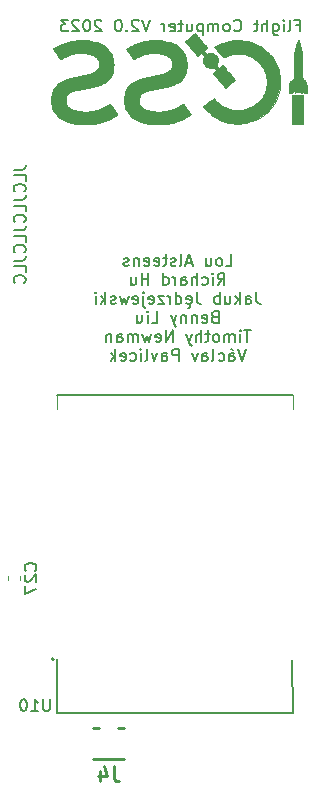
<source format=gbr>
%TF.GenerationSoftware,KiCad,Pcbnew,(6.0.8)*%
%TF.CreationDate,2023-05-05T23:38:08+01:00*%
%TF.ProjectId,circuit board design v1.0,63697263-7569-4742-9062-6f6172642064,rev?*%
%TF.SameCoordinates,Original*%
%TF.FileFunction,Legend,Bot*%
%TF.FilePolarity,Positive*%
%FSLAX46Y46*%
G04 Gerber Fmt 4.6, Leading zero omitted, Abs format (unit mm)*
G04 Created by KiCad (PCBNEW (6.0.8)) date 2023-05-05 23:38:08*
%MOMM*%
%LPD*%
G01*
G04 APERTURE LIST*
%ADD10C,0.150000*%
%ADD11C,0.254000*%
%ADD12C,0.010000*%
%ADD13C,0.127000*%
%ADD14C,0.120000*%
%ADD15C,0.200000*%
G04 APERTURE END LIST*
D10*
X39250428Y-49640380D02*
X39726619Y-49640380D01*
X39726619Y-48640380D01*
X38774238Y-49640380D02*
X38869476Y-49592761D01*
X38917095Y-49545142D01*
X38964714Y-49449904D01*
X38964714Y-49164190D01*
X38917095Y-49068952D01*
X38869476Y-49021333D01*
X38774238Y-48973714D01*
X38631380Y-48973714D01*
X38536142Y-49021333D01*
X38488523Y-49068952D01*
X38440904Y-49164190D01*
X38440904Y-49449904D01*
X38488523Y-49545142D01*
X38536142Y-49592761D01*
X38631380Y-49640380D01*
X38774238Y-49640380D01*
X37583761Y-48973714D02*
X37583761Y-49640380D01*
X38012333Y-48973714D02*
X38012333Y-49497523D01*
X37964714Y-49592761D01*
X37869476Y-49640380D01*
X37726619Y-49640380D01*
X37631380Y-49592761D01*
X37583761Y-49545142D01*
X36393285Y-49354666D02*
X35917095Y-49354666D01*
X36488523Y-49640380D02*
X36155190Y-48640380D01*
X35821857Y-49640380D01*
X35345666Y-49640380D02*
X35440904Y-49592761D01*
X35488523Y-49497523D01*
X35488523Y-48640380D01*
X35012333Y-49592761D02*
X34917095Y-49640380D01*
X34726619Y-49640380D01*
X34631380Y-49592761D01*
X34583761Y-49497523D01*
X34583761Y-49449904D01*
X34631380Y-49354666D01*
X34726619Y-49307047D01*
X34869476Y-49307047D01*
X34964714Y-49259428D01*
X35012333Y-49164190D01*
X35012333Y-49116571D01*
X34964714Y-49021333D01*
X34869476Y-48973714D01*
X34726619Y-48973714D01*
X34631380Y-49021333D01*
X34298047Y-48973714D02*
X33917095Y-48973714D01*
X34155190Y-48640380D02*
X34155190Y-49497523D01*
X34107571Y-49592761D01*
X34012333Y-49640380D01*
X33917095Y-49640380D01*
X33202809Y-49592761D02*
X33298047Y-49640380D01*
X33488523Y-49640380D01*
X33583761Y-49592761D01*
X33631380Y-49497523D01*
X33631380Y-49116571D01*
X33583761Y-49021333D01*
X33488523Y-48973714D01*
X33298047Y-48973714D01*
X33202809Y-49021333D01*
X33155190Y-49116571D01*
X33155190Y-49211809D01*
X33631380Y-49307047D01*
X32345666Y-49592761D02*
X32440904Y-49640380D01*
X32631380Y-49640380D01*
X32726619Y-49592761D01*
X32774238Y-49497523D01*
X32774238Y-49116571D01*
X32726619Y-49021333D01*
X32631380Y-48973714D01*
X32440904Y-48973714D01*
X32345666Y-49021333D01*
X32298047Y-49116571D01*
X32298047Y-49211809D01*
X32774238Y-49307047D01*
X31869476Y-48973714D02*
X31869476Y-49640380D01*
X31869476Y-49068952D02*
X31821857Y-49021333D01*
X31726619Y-48973714D01*
X31583761Y-48973714D01*
X31488523Y-49021333D01*
X31440904Y-49116571D01*
X31440904Y-49640380D01*
X31012333Y-49592761D02*
X30917095Y-49640380D01*
X30726619Y-49640380D01*
X30631380Y-49592761D01*
X30583761Y-49497523D01*
X30583761Y-49449904D01*
X30631380Y-49354666D01*
X30726619Y-49307047D01*
X30869476Y-49307047D01*
X30964714Y-49259428D01*
X31012333Y-49164190D01*
X31012333Y-49116571D01*
X30964714Y-49021333D01*
X30869476Y-48973714D01*
X30726619Y-48973714D01*
X30631380Y-49021333D01*
X38559952Y-51250380D02*
X38893285Y-50774190D01*
X39131380Y-51250380D02*
X39131380Y-50250380D01*
X38750428Y-50250380D01*
X38655190Y-50298000D01*
X38607571Y-50345619D01*
X38559952Y-50440857D01*
X38559952Y-50583714D01*
X38607571Y-50678952D01*
X38655190Y-50726571D01*
X38750428Y-50774190D01*
X39131380Y-50774190D01*
X38131380Y-51250380D02*
X38131380Y-50583714D01*
X38131380Y-50250380D02*
X38179000Y-50298000D01*
X38131380Y-50345619D01*
X38083761Y-50298000D01*
X38131380Y-50250380D01*
X38131380Y-50345619D01*
X37226619Y-51202761D02*
X37321857Y-51250380D01*
X37512333Y-51250380D01*
X37607571Y-51202761D01*
X37655190Y-51155142D01*
X37702809Y-51059904D01*
X37702809Y-50774190D01*
X37655190Y-50678952D01*
X37607571Y-50631333D01*
X37512333Y-50583714D01*
X37321857Y-50583714D01*
X37226619Y-50631333D01*
X36798047Y-51250380D02*
X36798047Y-50250380D01*
X36369476Y-51250380D02*
X36369476Y-50726571D01*
X36417095Y-50631333D01*
X36512333Y-50583714D01*
X36655190Y-50583714D01*
X36750428Y-50631333D01*
X36798047Y-50678952D01*
X35464714Y-51250380D02*
X35464714Y-50726571D01*
X35512333Y-50631333D01*
X35607571Y-50583714D01*
X35798047Y-50583714D01*
X35893285Y-50631333D01*
X35464714Y-51202761D02*
X35559952Y-51250380D01*
X35798047Y-51250380D01*
X35893285Y-51202761D01*
X35940904Y-51107523D01*
X35940904Y-51012285D01*
X35893285Y-50917047D01*
X35798047Y-50869428D01*
X35559952Y-50869428D01*
X35464714Y-50821809D01*
X34988523Y-51250380D02*
X34988523Y-50583714D01*
X34988523Y-50774190D02*
X34940904Y-50678952D01*
X34893285Y-50631333D01*
X34798047Y-50583714D01*
X34702809Y-50583714D01*
X33940904Y-51250380D02*
X33940904Y-50250380D01*
X33940904Y-51202761D02*
X34036142Y-51250380D01*
X34226619Y-51250380D01*
X34321857Y-51202761D01*
X34369476Y-51155142D01*
X34417095Y-51059904D01*
X34417095Y-50774190D01*
X34369476Y-50678952D01*
X34321857Y-50631333D01*
X34226619Y-50583714D01*
X34036142Y-50583714D01*
X33940904Y-50631333D01*
X32702809Y-51250380D02*
X32702809Y-50250380D01*
X32702809Y-50726571D02*
X32131380Y-50726571D01*
X32131380Y-51250380D02*
X32131380Y-50250380D01*
X31226619Y-50583714D02*
X31226619Y-51250380D01*
X31655190Y-50583714D02*
X31655190Y-51107523D01*
X31607571Y-51202761D01*
X31512333Y-51250380D01*
X31369476Y-51250380D01*
X31274238Y-51202761D01*
X31226619Y-51155142D01*
X41821857Y-51860380D02*
X41821857Y-52574666D01*
X41869476Y-52717523D01*
X41964714Y-52812761D01*
X42107571Y-52860380D01*
X42202809Y-52860380D01*
X40917095Y-52860380D02*
X40917095Y-52336571D01*
X40964714Y-52241333D01*
X41059952Y-52193714D01*
X41250428Y-52193714D01*
X41345666Y-52241333D01*
X40917095Y-52812761D02*
X41012333Y-52860380D01*
X41250428Y-52860380D01*
X41345666Y-52812761D01*
X41393285Y-52717523D01*
X41393285Y-52622285D01*
X41345666Y-52527047D01*
X41250428Y-52479428D01*
X41012333Y-52479428D01*
X40917095Y-52431809D01*
X40440904Y-52860380D02*
X40440904Y-51860380D01*
X40345666Y-52479428D02*
X40059952Y-52860380D01*
X40059952Y-52193714D02*
X40440904Y-52574666D01*
X39202809Y-52193714D02*
X39202809Y-52860380D01*
X39631380Y-52193714D02*
X39631380Y-52717523D01*
X39583761Y-52812761D01*
X39488523Y-52860380D01*
X39345666Y-52860380D01*
X39250428Y-52812761D01*
X39202809Y-52765142D01*
X38726619Y-52860380D02*
X38726619Y-51860380D01*
X38726619Y-52241333D02*
X38631380Y-52193714D01*
X38440904Y-52193714D01*
X38345666Y-52241333D01*
X38298047Y-52288952D01*
X38250428Y-52384190D01*
X38250428Y-52669904D01*
X38298047Y-52765142D01*
X38345666Y-52812761D01*
X38440904Y-52860380D01*
X38631380Y-52860380D01*
X38726619Y-52812761D01*
X36774238Y-51860380D02*
X36774238Y-52574666D01*
X36821857Y-52717523D01*
X36917095Y-52812761D01*
X37059952Y-52860380D01*
X37155190Y-52860380D01*
X35917095Y-52812761D02*
X36012333Y-52860380D01*
X36202809Y-52860380D01*
X36298047Y-52812761D01*
X36345666Y-52717523D01*
X36345666Y-52336571D01*
X36298047Y-52241333D01*
X36202809Y-52193714D01*
X36012333Y-52193714D01*
X35917095Y-52241333D01*
X35869476Y-52336571D01*
X35869476Y-52431809D01*
X36345666Y-52527047D01*
X36107571Y-52860380D02*
X36202809Y-52955619D01*
X36250428Y-53050857D01*
X36202809Y-53146095D01*
X36107571Y-53193714D01*
X36012333Y-53193714D01*
X35012333Y-52860380D02*
X35012333Y-51860380D01*
X35012333Y-52812761D02*
X35107571Y-52860380D01*
X35298047Y-52860380D01*
X35393285Y-52812761D01*
X35440904Y-52765142D01*
X35488523Y-52669904D01*
X35488523Y-52384190D01*
X35440904Y-52288952D01*
X35393285Y-52241333D01*
X35298047Y-52193714D01*
X35107571Y-52193714D01*
X35012333Y-52241333D01*
X34536142Y-52860380D02*
X34536142Y-52193714D01*
X34536142Y-52384190D02*
X34488523Y-52288952D01*
X34440904Y-52241333D01*
X34345666Y-52193714D01*
X34250428Y-52193714D01*
X34012333Y-52193714D02*
X33488523Y-52193714D01*
X34012333Y-52860380D01*
X33488523Y-52860380D01*
X32726619Y-52812761D02*
X32821857Y-52860380D01*
X33012333Y-52860380D01*
X33107571Y-52812761D01*
X33155190Y-52717523D01*
X33155190Y-52336571D01*
X33107571Y-52241333D01*
X33012333Y-52193714D01*
X32821857Y-52193714D01*
X32726619Y-52241333D01*
X32679000Y-52336571D01*
X32679000Y-52431809D01*
X33155190Y-52527047D01*
X32250428Y-52193714D02*
X32250428Y-53050857D01*
X32298047Y-53146095D01*
X32393285Y-53193714D01*
X32440904Y-53193714D01*
X32250428Y-51860380D02*
X32298047Y-51908000D01*
X32250428Y-51955619D01*
X32202809Y-51908000D01*
X32250428Y-51860380D01*
X32250428Y-51955619D01*
X31393285Y-52812761D02*
X31488523Y-52860380D01*
X31679000Y-52860380D01*
X31774238Y-52812761D01*
X31821857Y-52717523D01*
X31821857Y-52336571D01*
X31774238Y-52241333D01*
X31679000Y-52193714D01*
X31488523Y-52193714D01*
X31393285Y-52241333D01*
X31345666Y-52336571D01*
X31345666Y-52431809D01*
X31821857Y-52527047D01*
X31012333Y-52193714D02*
X30821857Y-52860380D01*
X30631380Y-52384190D01*
X30440904Y-52860380D01*
X30250428Y-52193714D01*
X29917095Y-52812761D02*
X29821857Y-52860380D01*
X29631380Y-52860380D01*
X29536142Y-52812761D01*
X29488523Y-52717523D01*
X29488523Y-52669904D01*
X29536142Y-52574666D01*
X29631380Y-52527047D01*
X29774238Y-52527047D01*
X29869476Y-52479428D01*
X29917095Y-52384190D01*
X29917095Y-52336571D01*
X29869476Y-52241333D01*
X29774238Y-52193714D01*
X29631380Y-52193714D01*
X29536142Y-52241333D01*
X29059952Y-52860380D02*
X29059952Y-51860380D01*
X28964714Y-52479428D02*
X28679000Y-52860380D01*
X28679000Y-52193714D02*
X29059952Y-52574666D01*
X28250428Y-52860380D02*
X28250428Y-52193714D01*
X28250428Y-51860380D02*
X28298047Y-51908000D01*
X28250428Y-51955619D01*
X28202809Y-51908000D01*
X28250428Y-51860380D01*
X28250428Y-51955619D01*
X38298047Y-53946571D02*
X38155190Y-53994190D01*
X38107571Y-54041809D01*
X38059952Y-54137047D01*
X38059952Y-54279904D01*
X38107571Y-54375142D01*
X38155190Y-54422761D01*
X38250428Y-54470380D01*
X38631380Y-54470380D01*
X38631380Y-53470380D01*
X38298047Y-53470380D01*
X38202809Y-53518000D01*
X38155190Y-53565619D01*
X38107571Y-53660857D01*
X38107571Y-53756095D01*
X38155190Y-53851333D01*
X38202809Y-53898952D01*
X38298047Y-53946571D01*
X38631380Y-53946571D01*
X37250428Y-54422761D02*
X37345666Y-54470380D01*
X37536142Y-54470380D01*
X37631380Y-54422761D01*
X37679000Y-54327523D01*
X37679000Y-53946571D01*
X37631380Y-53851333D01*
X37536142Y-53803714D01*
X37345666Y-53803714D01*
X37250428Y-53851333D01*
X37202809Y-53946571D01*
X37202809Y-54041809D01*
X37679000Y-54137047D01*
X36774238Y-53803714D02*
X36774238Y-54470380D01*
X36774238Y-53898952D02*
X36726619Y-53851333D01*
X36631380Y-53803714D01*
X36488523Y-53803714D01*
X36393285Y-53851333D01*
X36345666Y-53946571D01*
X36345666Y-54470380D01*
X35869476Y-53803714D02*
X35869476Y-54470380D01*
X35869476Y-53898952D02*
X35821857Y-53851333D01*
X35726619Y-53803714D01*
X35583761Y-53803714D01*
X35488523Y-53851333D01*
X35440904Y-53946571D01*
X35440904Y-54470380D01*
X35059952Y-53803714D02*
X34821857Y-54470380D01*
X34583761Y-53803714D02*
X34821857Y-54470380D01*
X34917095Y-54708476D01*
X34964714Y-54756095D01*
X35059952Y-54803714D01*
X32964714Y-54470380D02*
X33440904Y-54470380D01*
X33440904Y-53470380D01*
X32631380Y-54470380D02*
X32631380Y-53803714D01*
X32631380Y-53470380D02*
X32679000Y-53518000D01*
X32631380Y-53565619D01*
X32583761Y-53518000D01*
X32631380Y-53470380D01*
X32631380Y-53565619D01*
X31726619Y-53803714D02*
X31726619Y-54470380D01*
X32155190Y-53803714D02*
X32155190Y-54327523D01*
X32107571Y-54422761D01*
X32012333Y-54470380D01*
X31869476Y-54470380D01*
X31774238Y-54422761D01*
X31726619Y-54375142D01*
X41369476Y-55080380D02*
X40798047Y-55080380D01*
X41083761Y-56080380D02*
X41083761Y-55080380D01*
X40464714Y-56080380D02*
X40464714Y-55413714D01*
X40464714Y-55080380D02*
X40512333Y-55128000D01*
X40464714Y-55175619D01*
X40417095Y-55128000D01*
X40464714Y-55080380D01*
X40464714Y-55175619D01*
X39988523Y-56080380D02*
X39988523Y-55413714D01*
X39988523Y-55508952D02*
X39940904Y-55461333D01*
X39845666Y-55413714D01*
X39702809Y-55413714D01*
X39607571Y-55461333D01*
X39559952Y-55556571D01*
X39559952Y-56080380D01*
X39559952Y-55556571D02*
X39512333Y-55461333D01*
X39417095Y-55413714D01*
X39274238Y-55413714D01*
X39179000Y-55461333D01*
X39131380Y-55556571D01*
X39131380Y-56080380D01*
X38512333Y-56080380D02*
X38607571Y-56032761D01*
X38655190Y-55985142D01*
X38702809Y-55889904D01*
X38702809Y-55604190D01*
X38655190Y-55508952D01*
X38607571Y-55461333D01*
X38512333Y-55413714D01*
X38369476Y-55413714D01*
X38274238Y-55461333D01*
X38226619Y-55508952D01*
X38179000Y-55604190D01*
X38179000Y-55889904D01*
X38226619Y-55985142D01*
X38274238Y-56032761D01*
X38369476Y-56080380D01*
X38512333Y-56080380D01*
X37893285Y-55413714D02*
X37512333Y-55413714D01*
X37750428Y-55080380D02*
X37750428Y-55937523D01*
X37702809Y-56032761D01*
X37607571Y-56080380D01*
X37512333Y-56080380D01*
X37179000Y-56080380D02*
X37179000Y-55080380D01*
X36750428Y-56080380D02*
X36750428Y-55556571D01*
X36798047Y-55461333D01*
X36893285Y-55413714D01*
X37036142Y-55413714D01*
X37131380Y-55461333D01*
X37179000Y-55508952D01*
X36369476Y-55413714D02*
X36131380Y-56080380D01*
X35893285Y-55413714D02*
X36131380Y-56080380D01*
X36226619Y-56318476D01*
X36274238Y-56366095D01*
X36369476Y-56413714D01*
X34750428Y-56080380D02*
X34750428Y-55080380D01*
X34179000Y-56080380D01*
X34179000Y-55080380D01*
X33321857Y-56032761D02*
X33417095Y-56080380D01*
X33607571Y-56080380D01*
X33702809Y-56032761D01*
X33750428Y-55937523D01*
X33750428Y-55556571D01*
X33702809Y-55461333D01*
X33607571Y-55413714D01*
X33417095Y-55413714D01*
X33321857Y-55461333D01*
X33274238Y-55556571D01*
X33274238Y-55651809D01*
X33750428Y-55747047D01*
X32940904Y-55413714D02*
X32750428Y-56080380D01*
X32559952Y-55604190D01*
X32369476Y-56080380D01*
X32179000Y-55413714D01*
X31798047Y-56080380D02*
X31798047Y-55413714D01*
X31798047Y-55508952D02*
X31750428Y-55461333D01*
X31655190Y-55413714D01*
X31512333Y-55413714D01*
X31417095Y-55461333D01*
X31369476Y-55556571D01*
X31369476Y-56080380D01*
X31369476Y-55556571D02*
X31321857Y-55461333D01*
X31226619Y-55413714D01*
X31083761Y-55413714D01*
X30988523Y-55461333D01*
X30940904Y-55556571D01*
X30940904Y-56080380D01*
X30036142Y-56080380D02*
X30036142Y-55556571D01*
X30083761Y-55461333D01*
X30179000Y-55413714D01*
X30369476Y-55413714D01*
X30464714Y-55461333D01*
X30036142Y-56032761D02*
X30131380Y-56080380D01*
X30369476Y-56080380D01*
X30464714Y-56032761D01*
X30512333Y-55937523D01*
X30512333Y-55842285D01*
X30464714Y-55747047D01*
X30369476Y-55699428D01*
X30131380Y-55699428D01*
X30036142Y-55651809D01*
X29559952Y-55413714D02*
X29559952Y-56080380D01*
X29559952Y-55508952D02*
X29512333Y-55461333D01*
X29417095Y-55413714D01*
X29274238Y-55413714D01*
X29179000Y-55461333D01*
X29131380Y-55556571D01*
X29131380Y-56080380D01*
X40964714Y-56690380D02*
X40631380Y-57690380D01*
X40298047Y-56690380D01*
X39536142Y-57690380D02*
X39536142Y-57166571D01*
X39583761Y-57071333D01*
X39679000Y-57023714D01*
X39869476Y-57023714D01*
X39964714Y-57071333D01*
X39536142Y-57642761D02*
X39631380Y-57690380D01*
X39869476Y-57690380D01*
X39964714Y-57642761D01*
X40012333Y-57547523D01*
X40012333Y-57452285D01*
X39964714Y-57357047D01*
X39869476Y-57309428D01*
X39631380Y-57309428D01*
X39536142Y-57261809D01*
X39679000Y-56642761D02*
X39821857Y-56785619D01*
X38631380Y-57642761D02*
X38726619Y-57690380D01*
X38917095Y-57690380D01*
X39012333Y-57642761D01*
X39059952Y-57595142D01*
X39107571Y-57499904D01*
X39107571Y-57214190D01*
X39059952Y-57118952D01*
X39012333Y-57071333D01*
X38917095Y-57023714D01*
X38726619Y-57023714D01*
X38631380Y-57071333D01*
X38059952Y-57690380D02*
X38155190Y-57642761D01*
X38202809Y-57547523D01*
X38202809Y-56690380D01*
X37250428Y-57690380D02*
X37250428Y-57166571D01*
X37298047Y-57071333D01*
X37393285Y-57023714D01*
X37583761Y-57023714D01*
X37679000Y-57071333D01*
X37250428Y-57642761D02*
X37345666Y-57690380D01*
X37583761Y-57690380D01*
X37679000Y-57642761D01*
X37726619Y-57547523D01*
X37726619Y-57452285D01*
X37679000Y-57357047D01*
X37583761Y-57309428D01*
X37345666Y-57309428D01*
X37250428Y-57261809D01*
X36869476Y-57023714D02*
X36631380Y-57690380D01*
X36393285Y-57023714D01*
X35250428Y-57690380D02*
X35250428Y-56690380D01*
X34869476Y-56690380D01*
X34774238Y-56738000D01*
X34726619Y-56785619D01*
X34679000Y-56880857D01*
X34679000Y-57023714D01*
X34726619Y-57118952D01*
X34774238Y-57166571D01*
X34869476Y-57214190D01*
X35250428Y-57214190D01*
X33821857Y-57690380D02*
X33821857Y-57166571D01*
X33869476Y-57071333D01*
X33964714Y-57023714D01*
X34155190Y-57023714D01*
X34250428Y-57071333D01*
X33821857Y-57642761D02*
X33917095Y-57690380D01*
X34155190Y-57690380D01*
X34250428Y-57642761D01*
X34298047Y-57547523D01*
X34298047Y-57452285D01*
X34250428Y-57357047D01*
X34155190Y-57309428D01*
X33917095Y-57309428D01*
X33821857Y-57261809D01*
X33440904Y-57023714D02*
X33202809Y-57690380D01*
X32964714Y-57023714D01*
X32440904Y-57690380D02*
X32536142Y-57642761D01*
X32583761Y-57547523D01*
X32583761Y-56690380D01*
X32059952Y-57690380D02*
X32059952Y-57023714D01*
X31964714Y-56642761D02*
X32107571Y-56785619D01*
X31155190Y-57642761D02*
X31250428Y-57690380D01*
X31440904Y-57690380D01*
X31536142Y-57642761D01*
X31583761Y-57595142D01*
X31631380Y-57499904D01*
X31631380Y-57214190D01*
X31583761Y-57118952D01*
X31536142Y-57071333D01*
X31440904Y-57023714D01*
X31250428Y-57023714D01*
X31155190Y-57071333D01*
X30345666Y-57642761D02*
X30440904Y-57690380D01*
X30631380Y-57690380D01*
X30726619Y-57642761D01*
X30774238Y-57547523D01*
X30774238Y-57166571D01*
X30726619Y-57071333D01*
X30631380Y-57023714D01*
X30440904Y-57023714D01*
X30345666Y-57071333D01*
X30298047Y-57166571D01*
X30298047Y-57261809D01*
X30774238Y-57357047D01*
X29869476Y-57690380D02*
X29869476Y-56690380D01*
X29774238Y-57309428D02*
X29488523Y-57690380D01*
X29488523Y-57023714D02*
X29869476Y-57404666D01*
X21296380Y-41481952D02*
X22010666Y-41481952D01*
X22153523Y-41434333D01*
X22248761Y-41339095D01*
X22296380Y-41196238D01*
X22296380Y-41101000D01*
X22296380Y-42434333D02*
X22296380Y-41958142D01*
X21296380Y-41958142D01*
X22201142Y-43339095D02*
X22248761Y-43291476D01*
X22296380Y-43148619D01*
X22296380Y-43053380D01*
X22248761Y-42910523D01*
X22153523Y-42815285D01*
X22058285Y-42767666D01*
X21867809Y-42720047D01*
X21724952Y-42720047D01*
X21534476Y-42767666D01*
X21439238Y-42815285D01*
X21344000Y-42910523D01*
X21296380Y-43053380D01*
X21296380Y-43148619D01*
X21344000Y-43291476D01*
X21391619Y-43339095D01*
X21296380Y-44053380D02*
X22010666Y-44053380D01*
X22153523Y-44005761D01*
X22248761Y-43910523D01*
X22296380Y-43767666D01*
X22296380Y-43672428D01*
X22296380Y-45005761D02*
X22296380Y-44529571D01*
X21296380Y-44529571D01*
X22201142Y-45910523D02*
X22248761Y-45862904D01*
X22296380Y-45720047D01*
X22296380Y-45624809D01*
X22248761Y-45481952D01*
X22153523Y-45386714D01*
X22058285Y-45339095D01*
X21867809Y-45291476D01*
X21724952Y-45291476D01*
X21534476Y-45339095D01*
X21439238Y-45386714D01*
X21344000Y-45481952D01*
X21296380Y-45624809D01*
X21296380Y-45720047D01*
X21344000Y-45862904D01*
X21391619Y-45910523D01*
X21296380Y-46624809D02*
X22010666Y-46624809D01*
X22153523Y-46577190D01*
X22248761Y-46481952D01*
X22296380Y-46339095D01*
X22296380Y-46243857D01*
X22296380Y-47577190D02*
X22296380Y-47101000D01*
X21296380Y-47101000D01*
X22201142Y-48481952D02*
X22248761Y-48434333D01*
X22296380Y-48291476D01*
X22296380Y-48196238D01*
X22248761Y-48053380D01*
X22153523Y-47958142D01*
X22058285Y-47910523D01*
X21867809Y-47862904D01*
X21724952Y-47862904D01*
X21534476Y-47910523D01*
X21439238Y-47958142D01*
X21344000Y-48053380D01*
X21296380Y-48196238D01*
X21296380Y-48291476D01*
X21344000Y-48434333D01*
X21391619Y-48481952D01*
X21296380Y-49196238D02*
X22010666Y-49196238D01*
X22153523Y-49148619D01*
X22248761Y-49053380D01*
X22296380Y-48910523D01*
X22296380Y-48815285D01*
X22296380Y-50148619D02*
X22296380Y-49672428D01*
X21296380Y-49672428D01*
X22201142Y-51053380D02*
X22248761Y-51005761D01*
X22296380Y-50862904D01*
X22296380Y-50767666D01*
X22248761Y-50624809D01*
X22153523Y-50529571D01*
X22058285Y-50481952D01*
X21867809Y-50434333D01*
X21724952Y-50434333D01*
X21534476Y-50481952D01*
X21439238Y-50529571D01*
X21344000Y-50624809D01*
X21296380Y-50767666D01*
X21296380Y-50862904D01*
X21344000Y-51005761D01*
X21391619Y-51053380D01*
X45194904Y-29265571D02*
X45528238Y-29265571D01*
X45528238Y-29789380D02*
X45528238Y-28789380D01*
X45052047Y-28789380D01*
X44528238Y-29789380D02*
X44623476Y-29741761D01*
X44671095Y-29646523D01*
X44671095Y-28789380D01*
X44147285Y-29789380D02*
X44147285Y-29122714D01*
X44147285Y-28789380D02*
X44194904Y-28837000D01*
X44147285Y-28884619D01*
X44099666Y-28837000D01*
X44147285Y-28789380D01*
X44147285Y-28884619D01*
X43242523Y-29122714D02*
X43242523Y-29932238D01*
X43290142Y-30027476D01*
X43337761Y-30075095D01*
X43433000Y-30122714D01*
X43575857Y-30122714D01*
X43671095Y-30075095D01*
X43242523Y-29741761D02*
X43337761Y-29789380D01*
X43528238Y-29789380D01*
X43623476Y-29741761D01*
X43671095Y-29694142D01*
X43718714Y-29598904D01*
X43718714Y-29313190D01*
X43671095Y-29217952D01*
X43623476Y-29170333D01*
X43528238Y-29122714D01*
X43337761Y-29122714D01*
X43242523Y-29170333D01*
X42766333Y-29789380D02*
X42766333Y-28789380D01*
X42337761Y-29789380D02*
X42337761Y-29265571D01*
X42385380Y-29170333D01*
X42480619Y-29122714D01*
X42623476Y-29122714D01*
X42718714Y-29170333D01*
X42766333Y-29217952D01*
X42004428Y-29122714D02*
X41623476Y-29122714D01*
X41861571Y-28789380D02*
X41861571Y-29646523D01*
X41813952Y-29741761D01*
X41718714Y-29789380D01*
X41623476Y-29789380D01*
X39956809Y-29694142D02*
X40004428Y-29741761D01*
X40147285Y-29789380D01*
X40242523Y-29789380D01*
X40385380Y-29741761D01*
X40480619Y-29646523D01*
X40528238Y-29551285D01*
X40575857Y-29360809D01*
X40575857Y-29217952D01*
X40528238Y-29027476D01*
X40480619Y-28932238D01*
X40385380Y-28837000D01*
X40242523Y-28789380D01*
X40147285Y-28789380D01*
X40004428Y-28837000D01*
X39956809Y-28884619D01*
X39385380Y-29789380D02*
X39480619Y-29741761D01*
X39528238Y-29694142D01*
X39575857Y-29598904D01*
X39575857Y-29313190D01*
X39528238Y-29217952D01*
X39480619Y-29170333D01*
X39385380Y-29122714D01*
X39242523Y-29122714D01*
X39147285Y-29170333D01*
X39099666Y-29217952D01*
X39052047Y-29313190D01*
X39052047Y-29598904D01*
X39099666Y-29694142D01*
X39147285Y-29741761D01*
X39242523Y-29789380D01*
X39385380Y-29789380D01*
X38623476Y-29789380D02*
X38623476Y-29122714D01*
X38623476Y-29217952D02*
X38575857Y-29170333D01*
X38480619Y-29122714D01*
X38337761Y-29122714D01*
X38242523Y-29170333D01*
X38194904Y-29265571D01*
X38194904Y-29789380D01*
X38194904Y-29265571D02*
X38147285Y-29170333D01*
X38052047Y-29122714D01*
X37909190Y-29122714D01*
X37813952Y-29170333D01*
X37766333Y-29265571D01*
X37766333Y-29789380D01*
X37290142Y-29122714D02*
X37290142Y-30122714D01*
X37290142Y-29170333D02*
X37194904Y-29122714D01*
X37004428Y-29122714D01*
X36909190Y-29170333D01*
X36861571Y-29217952D01*
X36813952Y-29313190D01*
X36813952Y-29598904D01*
X36861571Y-29694142D01*
X36909190Y-29741761D01*
X37004428Y-29789380D01*
X37194904Y-29789380D01*
X37290142Y-29741761D01*
X35956809Y-29122714D02*
X35956809Y-29789380D01*
X36385380Y-29122714D02*
X36385380Y-29646523D01*
X36337761Y-29741761D01*
X36242523Y-29789380D01*
X36099666Y-29789380D01*
X36004428Y-29741761D01*
X35956809Y-29694142D01*
X35623476Y-29122714D02*
X35242523Y-29122714D01*
X35480619Y-28789380D02*
X35480619Y-29646523D01*
X35433000Y-29741761D01*
X35337761Y-29789380D01*
X35242523Y-29789380D01*
X34528238Y-29741761D02*
X34623476Y-29789380D01*
X34813952Y-29789380D01*
X34909190Y-29741761D01*
X34956809Y-29646523D01*
X34956809Y-29265571D01*
X34909190Y-29170333D01*
X34813952Y-29122714D01*
X34623476Y-29122714D01*
X34528238Y-29170333D01*
X34480619Y-29265571D01*
X34480619Y-29360809D01*
X34956809Y-29456047D01*
X34052047Y-29789380D02*
X34052047Y-29122714D01*
X34052047Y-29313190D02*
X34004428Y-29217952D01*
X33956809Y-29170333D01*
X33861571Y-29122714D01*
X33766333Y-29122714D01*
X32813952Y-28789380D02*
X32480619Y-29789380D01*
X32147285Y-28789380D01*
X31861571Y-28884619D02*
X31813952Y-28837000D01*
X31718714Y-28789380D01*
X31480619Y-28789380D01*
X31385380Y-28837000D01*
X31337761Y-28884619D01*
X31290142Y-28979857D01*
X31290142Y-29075095D01*
X31337761Y-29217952D01*
X31909190Y-29789380D01*
X31290142Y-29789380D01*
X30861571Y-29694142D02*
X30813952Y-29741761D01*
X30861571Y-29789380D01*
X30909190Y-29741761D01*
X30861571Y-29694142D01*
X30861571Y-29789380D01*
X30194904Y-28789380D02*
X30099666Y-28789380D01*
X30004428Y-28837000D01*
X29956809Y-28884619D01*
X29909190Y-28979857D01*
X29861571Y-29170333D01*
X29861571Y-29408428D01*
X29909190Y-29598904D01*
X29956809Y-29694142D01*
X30004428Y-29741761D01*
X30099666Y-29789380D01*
X30194904Y-29789380D01*
X30290142Y-29741761D01*
X30337761Y-29694142D01*
X30385380Y-29598904D01*
X30433000Y-29408428D01*
X30433000Y-29170333D01*
X30385380Y-28979857D01*
X30337761Y-28884619D01*
X30290142Y-28837000D01*
X30194904Y-28789380D01*
X28718714Y-28884619D02*
X28671095Y-28837000D01*
X28575857Y-28789380D01*
X28337761Y-28789380D01*
X28242523Y-28837000D01*
X28194904Y-28884619D01*
X28147285Y-28979857D01*
X28147285Y-29075095D01*
X28194904Y-29217952D01*
X28766333Y-29789380D01*
X28147285Y-29789380D01*
X27528238Y-28789380D02*
X27433000Y-28789380D01*
X27337761Y-28837000D01*
X27290142Y-28884619D01*
X27242523Y-28979857D01*
X27194904Y-29170333D01*
X27194904Y-29408428D01*
X27242523Y-29598904D01*
X27290142Y-29694142D01*
X27337761Y-29741761D01*
X27433000Y-29789380D01*
X27528238Y-29789380D01*
X27623476Y-29741761D01*
X27671095Y-29694142D01*
X27718714Y-29598904D01*
X27766333Y-29408428D01*
X27766333Y-29170333D01*
X27718714Y-28979857D01*
X27671095Y-28884619D01*
X27623476Y-28837000D01*
X27528238Y-28789380D01*
X26813952Y-28884619D02*
X26766333Y-28837000D01*
X26671095Y-28789380D01*
X26433000Y-28789380D01*
X26337761Y-28837000D01*
X26290142Y-28884619D01*
X26242523Y-28979857D01*
X26242523Y-29075095D01*
X26290142Y-29217952D01*
X26861571Y-29789380D01*
X26242523Y-29789380D01*
X25909190Y-28789380D02*
X25290142Y-28789380D01*
X25623476Y-29170333D01*
X25480619Y-29170333D01*
X25385380Y-29217952D01*
X25337761Y-29265571D01*
X25290142Y-29360809D01*
X25290142Y-29598904D01*
X25337761Y-29694142D01*
X25385380Y-29741761D01*
X25480619Y-29789380D01*
X25766333Y-29789380D01*
X25861571Y-29741761D01*
X25909190Y-29694142D01*
%TO.C,U10*%
X24352095Y-86320380D02*
X24352095Y-87129904D01*
X24304476Y-87225142D01*
X24256857Y-87272761D01*
X24161619Y-87320380D01*
X23971142Y-87320380D01*
X23875904Y-87272761D01*
X23828285Y-87225142D01*
X23780666Y-87129904D01*
X23780666Y-86320380D01*
X22780666Y-87320380D02*
X23352095Y-87320380D01*
X23066380Y-87320380D02*
X23066380Y-86320380D01*
X23161619Y-86463238D01*
X23256857Y-86558476D01*
X23352095Y-86606095D01*
X22161619Y-86320380D02*
X22066380Y-86320380D01*
X21971142Y-86368000D01*
X21923523Y-86415619D01*
X21875904Y-86510857D01*
X21828285Y-86701333D01*
X21828285Y-86939428D01*
X21875904Y-87129904D01*
X21923523Y-87225142D01*
X21971142Y-87272761D01*
X22066380Y-87320380D01*
X22161619Y-87320380D01*
X22256857Y-87272761D01*
X22304476Y-87225142D01*
X22352095Y-87129904D01*
X22399714Y-86939428D01*
X22399714Y-86701333D01*
X22352095Y-86510857D01*
X22304476Y-86415619D01*
X22256857Y-86368000D01*
X22161619Y-86320380D01*
%TO.C,C27*%
X23123142Y-75430142D02*
X23170761Y-75382523D01*
X23218380Y-75239666D01*
X23218380Y-75144428D01*
X23170761Y-75001571D01*
X23075523Y-74906333D01*
X22980285Y-74858714D01*
X22789809Y-74811095D01*
X22646952Y-74811095D01*
X22456476Y-74858714D01*
X22361238Y-74906333D01*
X22266000Y-75001571D01*
X22218380Y-75144428D01*
X22218380Y-75239666D01*
X22266000Y-75382523D01*
X22313619Y-75430142D01*
X22313619Y-75811095D02*
X22266000Y-75858714D01*
X22218380Y-75953952D01*
X22218380Y-76192047D01*
X22266000Y-76287285D01*
X22313619Y-76334904D01*
X22408857Y-76382523D01*
X22504095Y-76382523D01*
X22646952Y-76334904D01*
X23218380Y-75763476D01*
X23218380Y-76382523D01*
X22218380Y-76715857D02*
X22218380Y-77382523D01*
X23218380Y-76953952D01*
D11*
%TO.C,J4*%
X29760333Y-92014523D02*
X29760333Y-92921666D01*
X29820809Y-93103095D01*
X29941761Y-93224047D01*
X30123190Y-93284523D01*
X30244142Y-93284523D01*
X28611285Y-92437857D02*
X28611285Y-93284523D01*
X28913666Y-91954047D02*
X29216047Y-92861190D01*
X28429857Y-92861190D01*
%TO.C,G\u002A\u002A\u002A*%
G36*
X33378374Y-30522655D02*
G01*
X33492671Y-30528683D01*
X33768045Y-30553344D01*
X34030226Y-30591489D01*
X34277591Y-30642695D01*
X34508519Y-30706536D01*
X34721388Y-30782588D01*
X34914577Y-30870428D01*
X35086463Y-30969629D01*
X35179250Y-31032665D01*
X35296048Y-31122319D01*
X35399664Y-31216730D01*
X35496876Y-31322242D01*
X35594460Y-31445200D01*
X35641134Y-31510524D01*
X35716224Y-31633387D01*
X35778022Y-31763087D01*
X35831189Y-31908750D01*
X35844511Y-31950641D01*
X35877332Y-32060557D01*
X35902215Y-32158256D01*
X35920021Y-32249982D01*
X35931608Y-32341980D01*
X35937838Y-32440493D01*
X35939568Y-32551765D01*
X35937660Y-32682041D01*
X35931619Y-32829500D01*
X35918583Y-32979812D01*
X35898119Y-33114389D01*
X35869282Y-33238055D01*
X35831124Y-33355637D01*
X35782700Y-33471960D01*
X35742605Y-33550857D01*
X35654059Y-33689404D01*
X35546526Y-33822816D01*
X35424068Y-33946744D01*
X35290748Y-34056837D01*
X35150629Y-34148746D01*
X35071719Y-34191744D01*
X34961871Y-34244880D01*
X34843186Y-34294712D01*
X34713598Y-34341840D01*
X34571044Y-34386864D01*
X34413458Y-34430383D01*
X34238776Y-34472996D01*
X34044932Y-34515303D01*
X33829862Y-34557904D01*
X33591500Y-34601397D01*
X33447705Y-34627183D01*
X33232010Y-34668043D01*
X33039160Y-34707706D01*
X32867622Y-34746672D01*
X32715857Y-34785439D01*
X32582330Y-34824508D01*
X32465507Y-34864376D01*
X32363849Y-34905544D01*
X32275823Y-34948509D01*
X32199891Y-34993773D01*
X32134518Y-35041833D01*
X32078168Y-35093188D01*
X32066856Y-35104925D01*
X31995974Y-35193995D01*
X31944091Y-35291979D01*
X31910298Y-35401706D01*
X31893684Y-35526006D01*
X31893339Y-35667707D01*
X31894906Y-35694554D01*
X31909390Y-35813397D01*
X31937087Y-35915788D01*
X31980561Y-36007411D01*
X32042378Y-36093947D01*
X32125103Y-36181078D01*
X32225027Y-36264105D01*
X32357592Y-36348826D01*
X32506222Y-36421459D01*
X32666797Y-36480281D01*
X32835197Y-36523571D01*
X33007300Y-36549607D01*
X33056104Y-36553998D01*
X33184835Y-36562667D01*
X33322685Y-36568378D01*
X33465354Y-36571199D01*
X33608540Y-36571198D01*
X33747944Y-36568442D01*
X33879264Y-36562998D01*
X33998202Y-36554934D01*
X34100456Y-36544316D01*
X34181725Y-36531213D01*
X34244751Y-36517516D01*
X34430990Y-36469858D01*
X34621564Y-36411296D01*
X34811520Y-36343789D01*
X34995904Y-36269296D01*
X35169763Y-36189773D01*
X35328142Y-36107180D01*
X35466089Y-36023474D01*
X35479206Y-36014827D01*
X35532238Y-35980916D01*
X35577729Y-35953438D01*
X35611202Y-35935022D01*
X35628176Y-35928300D01*
X35634975Y-35929857D01*
X35653602Y-35942306D01*
X35680451Y-35968412D01*
X35716767Y-36009622D01*
X35763796Y-36067382D01*
X35822781Y-36143140D01*
X35894969Y-36238341D01*
X35906302Y-36253449D01*
X35978444Y-36350836D01*
X36045977Y-36444033D01*
X36107076Y-36530393D01*
X36159917Y-36607268D01*
X36202674Y-36672010D01*
X36233524Y-36721969D01*
X36250641Y-36754499D01*
X36251773Y-36757266D01*
X36261430Y-36790804D01*
X36262312Y-36815925D01*
X36261107Y-36819202D01*
X36241432Y-36843596D01*
X36201930Y-36876726D01*
X36145367Y-36917000D01*
X36074508Y-36962829D01*
X35992119Y-37012622D01*
X35900965Y-37064791D01*
X35803812Y-37117745D01*
X35703426Y-37169894D01*
X35602572Y-37219648D01*
X35504016Y-37265417D01*
X35410523Y-37305612D01*
X35319386Y-37341579D01*
X35133872Y-37407550D01*
X34940119Y-37467870D01*
X34743143Y-37521321D01*
X34547959Y-37566688D01*
X34359580Y-37602753D01*
X34183023Y-37628300D01*
X34023300Y-37642113D01*
X34008253Y-37642860D01*
X33878922Y-37648215D01*
X33750467Y-37651442D01*
X33617650Y-37652549D01*
X33475234Y-37651540D01*
X33317980Y-37648423D01*
X33140650Y-37643205D01*
X33049704Y-37640039D01*
X32943278Y-37635593D01*
X32853989Y-37630504D01*
X32777056Y-37624186D01*
X32707698Y-37616052D01*
X32641135Y-37605515D01*
X32572585Y-37591990D01*
X32497267Y-37574889D01*
X32410400Y-37553627D01*
X32335427Y-37534322D01*
X32104465Y-37466451D01*
X31895637Y-37390995D01*
X31707041Y-37306941D01*
X31536772Y-37213275D01*
X31382929Y-37108982D01*
X31243608Y-36993050D01*
X31116907Y-36864464D01*
X31050165Y-36785684D01*
X30929615Y-36615844D01*
X30831407Y-36435039D01*
X30755337Y-36242698D01*
X30701200Y-36038254D01*
X30668791Y-35821137D01*
X30657905Y-35590780D01*
X30665061Y-35392252D01*
X30692369Y-35171836D01*
X30740129Y-34966404D01*
X30808371Y-34775874D01*
X30897127Y-34600160D01*
X31006427Y-34439179D01*
X31136303Y-34292845D01*
X31155879Y-34273723D01*
X31206886Y-34227265D01*
X31259417Y-34185316D01*
X31317843Y-34144986D01*
X31386535Y-34103388D01*
X31469863Y-34057633D01*
X31572199Y-34004835D01*
X31580013Y-34000890D01*
X31666206Y-33958188D01*
X31747659Y-33919750D01*
X31826847Y-33884835D01*
X31906249Y-33852703D01*
X31988339Y-33822616D01*
X32075595Y-33793833D01*
X32170493Y-33765615D01*
X32275510Y-33737222D01*
X32393122Y-33707914D01*
X32525805Y-33676952D01*
X32676037Y-33643597D01*
X32846293Y-33607108D01*
X33039050Y-33566746D01*
X33192686Y-33534788D01*
X33324917Y-33507156D01*
X33437118Y-33483528D01*
X33531724Y-33463360D01*
X33611170Y-33446110D01*
X33677890Y-33431234D01*
X33734322Y-33418190D01*
X33782899Y-33406434D01*
X33826056Y-33395424D01*
X33866231Y-33384616D01*
X33905856Y-33373468D01*
X33920251Y-33369306D01*
X34099322Y-33309799D01*
X34254465Y-33242720D01*
X34386050Y-33167830D01*
X34494447Y-33084888D01*
X34580024Y-32993655D01*
X34643151Y-32893889D01*
X34651722Y-32876243D01*
X34676510Y-32815890D01*
X34693479Y-32754116D01*
X34703593Y-32685003D01*
X34707816Y-32602635D01*
X34707109Y-32501096D01*
X34702745Y-32327850D01*
X34647103Y-32214025D01*
X34637419Y-32194554D01*
X34607743Y-32140703D01*
X34575813Y-32094158D01*
X34535833Y-32047117D01*
X34482006Y-31991775D01*
X34481712Y-31991484D01*
X34394154Y-31912434D01*
X34302690Y-31846233D01*
X34203045Y-31790817D01*
X34090948Y-31744127D01*
X33962124Y-31704100D01*
X33812300Y-31668674D01*
X33799705Y-31666056D01*
X33634313Y-31634981D01*
X33481292Y-31613420D01*
X33335542Y-31601451D01*
X33191965Y-31599152D01*
X33045461Y-31606601D01*
X32890932Y-31623877D01*
X32723278Y-31651058D01*
X32537400Y-31688222D01*
X32531478Y-31689496D01*
X32437205Y-31711081D01*
X32351057Y-31733886D01*
X32267963Y-31759736D01*
X32182852Y-31790453D01*
X32090653Y-31827860D01*
X31986296Y-31873779D01*
X31864708Y-31930034D01*
X31819317Y-31951844D01*
X31746284Y-31988641D01*
X31675348Y-32026219D01*
X31610677Y-32062233D01*
X31556434Y-32094343D01*
X31516786Y-32120203D01*
X31495898Y-32137472D01*
X31486352Y-32146274D01*
X31453370Y-32156173D01*
X31415094Y-32147561D01*
X31379093Y-32121474D01*
X31369143Y-32109428D01*
X31344660Y-32075837D01*
X31310732Y-32026588D01*
X31269160Y-31964518D01*
X31221748Y-31892462D01*
X31170298Y-31813254D01*
X31116612Y-31729731D01*
X31062492Y-31644728D01*
X31009741Y-31561081D01*
X30960160Y-31481624D01*
X30915553Y-31409194D01*
X30877721Y-31346625D01*
X30848467Y-31296754D01*
X30829592Y-31262415D01*
X30822900Y-31246445D01*
X30827212Y-31239247D01*
X30850926Y-31219882D01*
X30892661Y-31192359D01*
X30949363Y-31158328D01*
X31017976Y-31119437D01*
X31095446Y-31077335D01*
X31178716Y-31033670D01*
X31264732Y-30990092D01*
X31350438Y-30948249D01*
X31432779Y-30909790D01*
X31508700Y-30876363D01*
X31539509Y-30863478D01*
X31789863Y-30769700D01*
X32052398Y-30689425D01*
X32322273Y-30623569D01*
X32594648Y-30573049D01*
X32864683Y-30538779D01*
X33127539Y-30521676D01*
X33378374Y-30522655D01*
G37*
D12*
X33378374Y-30522655D02*
X33492671Y-30528683D01*
X33768045Y-30553344D01*
X34030226Y-30591489D01*
X34277591Y-30642695D01*
X34508519Y-30706536D01*
X34721388Y-30782588D01*
X34914577Y-30870428D01*
X35086463Y-30969629D01*
X35179250Y-31032665D01*
X35296048Y-31122319D01*
X35399664Y-31216730D01*
X35496876Y-31322242D01*
X35594460Y-31445200D01*
X35641134Y-31510524D01*
X35716224Y-31633387D01*
X35778022Y-31763087D01*
X35831189Y-31908750D01*
X35844511Y-31950641D01*
X35877332Y-32060557D01*
X35902215Y-32158256D01*
X35920021Y-32249982D01*
X35931608Y-32341980D01*
X35937838Y-32440493D01*
X35939568Y-32551765D01*
X35937660Y-32682041D01*
X35931619Y-32829500D01*
X35918583Y-32979812D01*
X35898119Y-33114389D01*
X35869282Y-33238055D01*
X35831124Y-33355637D01*
X35782700Y-33471960D01*
X35742605Y-33550857D01*
X35654059Y-33689404D01*
X35546526Y-33822816D01*
X35424068Y-33946744D01*
X35290748Y-34056837D01*
X35150629Y-34148746D01*
X35071719Y-34191744D01*
X34961871Y-34244880D01*
X34843186Y-34294712D01*
X34713598Y-34341840D01*
X34571044Y-34386864D01*
X34413458Y-34430383D01*
X34238776Y-34472996D01*
X34044932Y-34515303D01*
X33829862Y-34557904D01*
X33591500Y-34601397D01*
X33447705Y-34627183D01*
X33232010Y-34668043D01*
X33039160Y-34707706D01*
X32867622Y-34746672D01*
X32715857Y-34785439D01*
X32582330Y-34824508D01*
X32465507Y-34864376D01*
X32363849Y-34905544D01*
X32275823Y-34948509D01*
X32199891Y-34993773D01*
X32134518Y-35041833D01*
X32078168Y-35093188D01*
X32066856Y-35104925D01*
X31995974Y-35193995D01*
X31944091Y-35291979D01*
X31910298Y-35401706D01*
X31893684Y-35526006D01*
X31893339Y-35667707D01*
X31894906Y-35694554D01*
X31909390Y-35813397D01*
X31937087Y-35915788D01*
X31980561Y-36007411D01*
X32042378Y-36093947D01*
X32125103Y-36181078D01*
X32225027Y-36264105D01*
X32357592Y-36348826D01*
X32506222Y-36421459D01*
X32666797Y-36480281D01*
X32835197Y-36523571D01*
X33007300Y-36549607D01*
X33056104Y-36553998D01*
X33184835Y-36562667D01*
X33322685Y-36568378D01*
X33465354Y-36571199D01*
X33608540Y-36571198D01*
X33747944Y-36568442D01*
X33879264Y-36562998D01*
X33998202Y-36554934D01*
X34100456Y-36544316D01*
X34181725Y-36531213D01*
X34244751Y-36517516D01*
X34430990Y-36469858D01*
X34621564Y-36411296D01*
X34811520Y-36343789D01*
X34995904Y-36269296D01*
X35169763Y-36189773D01*
X35328142Y-36107180D01*
X35466089Y-36023474D01*
X35479206Y-36014827D01*
X35532238Y-35980916D01*
X35577729Y-35953438D01*
X35611202Y-35935022D01*
X35628176Y-35928300D01*
X35634975Y-35929857D01*
X35653602Y-35942306D01*
X35680451Y-35968412D01*
X35716767Y-36009622D01*
X35763796Y-36067382D01*
X35822781Y-36143140D01*
X35894969Y-36238341D01*
X35906302Y-36253449D01*
X35978444Y-36350836D01*
X36045977Y-36444033D01*
X36107076Y-36530393D01*
X36159917Y-36607268D01*
X36202674Y-36672010D01*
X36233524Y-36721969D01*
X36250641Y-36754499D01*
X36251773Y-36757266D01*
X36261430Y-36790804D01*
X36262312Y-36815925D01*
X36261107Y-36819202D01*
X36241432Y-36843596D01*
X36201930Y-36876726D01*
X36145367Y-36917000D01*
X36074508Y-36962829D01*
X35992119Y-37012622D01*
X35900965Y-37064791D01*
X35803812Y-37117745D01*
X35703426Y-37169894D01*
X35602572Y-37219648D01*
X35504016Y-37265417D01*
X35410523Y-37305612D01*
X35319386Y-37341579D01*
X35133872Y-37407550D01*
X34940119Y-37467870D01*
X34743143Y-37521321D01*
X34547959Y-37566688D01*
X34359580Y-37602753D01*
X34183023Y-37628300D01*
X34023300Y-37642113D01*
X34008253Y-37642860D01*
X33878922Y-37648215D01*
X33750467Y-37651442D01*
X33617650Y-37652549D01*
X33475234Y-37651540D01*
X33317980Y-37648423D01*
X33140650Y-37643205D01*
X33049704Y-37640039D01*
X32943278Y-37635593D01*
X32853989Y-37630504D01*
X32777056Y-37624186D01*
X32707698Y-37616052D01*
X32641135Y-37605515D01*
X32572585Y-37591990D01*
X32497267Y-37574889D01*
X32410400Y-37553627D01*
X32335427Y-37534322D01*
X32104465Y-37466451D01*
X31895637Y-37390995D01*
X31707041Y-37306941D01*
X31536772Y-37213275D01*
X31382929Y-37108982D01*
X31243608Y-36993050D01*
X31116907Y-36864464D01*
X31050165Y-36785684D01*
X30929615Y-36615844D01*
X30831407Y-36435039D01*
X30755337Y-36242698D01*
X30701200Y-36038254D01*
X30668791Y-35821137D01*
X30657905Y-35590780D01*
X30665061Y-35392252D01*
X30692369Y-35171836D01*
X30740129Y-34966404D01*
X30808371Y-34775874D01*
X30897127Y-34600160D01*
X31006427Y-34439179D01*
X31136303Y-34292845D01*
X31155879Y-34273723D01*
X31206886Y-34227265D01*
X31259417Y-34185316D01*
X31317843Y-34144986D01*
X31386535Y-34103388D01*
X31469863Y-34057633D01*
X31572199Y-34004835D01*
X31580013Y-34000890D01*
X31666206Y-33958188D01*
X31747659Y-33919750D01*
X31826847Y-33884835D01*
X31906249Y-33852703D01*
X31988339Y-33822616D01*
X32075595Y-33793833D01*
X32170493Y-33765615D01*
X32275510Y-33737222D01*
X32393122Y-33707914D01*
X32525805Y-33676952D01*
X32676037Y-33643597D01*
X32846293Y-33607108D01*
X33039050Y-33566746D01*
X33192686Y-33534788D01*
X33324917Y-33507156D01*
X33437118Y-33483528D01*
X33531724Y-33463360D01*
X33611170Y-33446110D01*
X33677890Y-33431234D01*
X33734322Y-33418190D01*
X33782899Y-33406434D01*
X33826056Y-33395424D01*
X33866231Y-33384616D01*
X33905856Y-33373468D01*
X33920251Y-33369306D01*
X34099322Y-33309799D01*
X34254465Y-33242720D01*
X34386050Y-33167830D01*
X34494447Y-33084888D01*
X34580024Y-32993655D01*
X34643151Y-32893889D01*
X34651722Y-32876243D01*
X34676510Y-32815890D01*
X34693479Y-32754116D01*
X34703593Y-32685003D01*
X34707816Y-32602635D01*
X34707109Y-32501096D01*
X34702745Y-32327850D01*
X34647103Y-32214025D01*
X34637419Y-32194554D01*
X34607743Y-32140703D01*
X34575813Y-32094158D01*
X34535833Y-32047117D01*
X34482006Y-31991775D01*
X34481712Y-31991484D01*
X34394154Y-31912434D01*
X34302690Y-31846233D01*
X34203045Y-31790817D01*
X34090948Y-31744127D01*
X33962124Y-31704100D01*
X33812300Y-31668674D01*
X33799705Y-31666056D01*
X33634313Y-31634981D01*
X33481292Y-31613420D01*
X33335542Y-31601451D01*
X33191965Y-31599152D01*
X33045461Y-31606601D01*
X32890932Y-31623877D01*
X32723278Y-31651058D01*
X32537400Y-31688222D01*
X32531478Y-31689496D01*
X32437205Y-31711081D01*
X32351057Y-31733886D01*
X32267963Y-31759736D01*
X32182852Y-31790453D01*
X32090653Y-31827860D01*
X31986296Y-31873779D01*
X31864708Y-31930034D01*
X31819317Y-31951844D01*
X31746284Y-31988641D01*
X31675348Y-32026219D01*
X31610677Y-32062233D01*
X31556434Y-32094343D01*
X31516786Y-32120203D01*
X31495898Y-32137472D01*
X31486352Y-32146274D01*
X31453370Y-32156173D01*
X31415094Y-32147561D01*
X31379093Y-32121474D01*
X31369143Y-32109428D01*
X31344660Y-32075837D01*
X31310732Y-32026588D01*
X31269160Y-31964518D01*
X31221748Y-31892462D01*
X31170298Y-31813254D01*
X31116612Y-31729731D01*
X31062492Y-31644728D01*
X31009741Y-31561081D01*
X30960160Y-31481624D01*
X30915553Y-31409194D01*
X30877721Y-31346625D01*
X30848467Y-31296754D01*
X30829592Y-31262415D01*
X30822900Y-31246445D01*
X30827212Y-31239247D01*
X30850926Y-31219882D01*
X30892661Y-31192359D01*
X30949363Y-31158328D01*
X31017976Y-31119437D01*
X31095446Y-31077335D01*
X31178716Y-31033670D01*
X31264732Y-30990092D01*
X31350438Y-30948249D01*
X31432779Y-30909790D01*
X31508700Y-30876363D01*
X31539509Y-30863478D01*
X31789863Y-30769700D01*
X32052398Y-30689425D01*
X32322273Y-30623569D01*
X32594648Y-30573049D01*
X32864683Y-30538779D01*
X33127539Y-30521676D01*
X33378374Y-30522655D01*
G36*
X27180774Y-30522655D02*
G01*
X27295071Y-30528683D01*
X27570445Y-30553344D01*
X27832626Y-30591489D01*
X28079991Y-30642695D01*
X28310919Y-30706536D01*
X28523788Y-30782588D01*
X28716977Y-30870428D01*
X28888863Y-30969629D01*
X28981650Y-31032665D01*
X29098448Y-31122319D01*
X29202064Y-31216730D01*
X29299276Y-31322242D01*
X29396860Y-31445200D01*
X29443534Y-31510524D01*
X29518624Y-31633387D01*
X29580422Y-31763087D01*
X29633589Y-31908750D01*
X29646911Y-31950641D01*
X29679732Y-32060557D01*
X29704615Y-32158256D01*
X29722421Y-32249982D01*
X29734008Y-32341980D01*
X29740238Y-32440493D01*
X29741968Y-32551765D01*
X29740060Y-32682041D01*
X29734019Y-32829500D01*
X29720983Y-32979812D01*
X29700519Y-33114389D01*
X29671682Y-33238055D01*
X29633524Y-33355637D01*
X29585100Y-33471960D01*
X29545005Y-33550857D01*
X29456459Y-33689404D01*
X29348926Y-33822816D01*
X29226468Y-33946744D01*
X29093148Y-34056837D01*
X28953029Y-34148746D01*
X28874119Y-34191744D01*
X28764271Y-34244880D01*
X28645586Y-34294712D01*
X28515998Y-34341840D01*
X28373444Y-34386864D01*
X28215858Y-34430383D01*
X28041176Y-34472996D01*
X27847332Y-34515303D01*
X27632262Y-34557904D01*
X27393900Y-34601397D01*
X27250105Y-34627183D01*
X27034410Y-34668043D01*
X26841560Y-34707706D01*
X26670022Y-34746672D01*
X26518257Y-34785439D01*
X26384730Y-34824508D01*
X26267907Y-34864376D01*
X26166249Y-34905544D01*
X26078223Y-34948509D01*
X26002291Y-34993773D01*
X25936918Y-35041833D01*
X25880568Y-35093188D01*
X25869256Y-35104925D01*
X25798374Y-35193995D01*
X25746491Y-35291979D01*
X25712698Y-35401706D01*
X25696084Y-35526006D01*
X25695739Y-35667707D01*
X25697306Y-35694554D01*
X25711790Y-35813397D01*
X25739487Y-35915788D01*
X25782961Y-36007411D01*
X25844778Y-36093947D01*
X25927503Y-36181078D01*
X26027427Y-36264105D01*
X26159992Y-36348826D01*
X26308622Y-36421459D01*
X26469197Y-36480281D01*
X26637597Y-36523571D01*
X26809700Y-36549607D01*
X26858504Y-36553998D01*
X26987235Y-36562667D01*
X27125085Y-36568378D01*
X27267754Y-36571199D01*
X27410940Y-36571198D01*
X27550344Y-36568442D01*
X27681664Y-36562998D01*
X27800602Y-36554934D01*
X27902856Y-36544316D01*
X27984125Y-36531213D01*
X28047151Y-36517516D01*
X28233390Y-36469858D01*
X28423964Y-36411296D01*
X28613920Y-36343789D01*
X28798304Y-36269296D01*
X28972163Y-36189773D01*
X29130542Y-36107180D01*
X29268489Y-36023474D01*
X29281606Y-36014827D01*
X29334638Y-35980916D01*
X29380129Y-35953438D01*
X29413602Y-35935022D01*
X29430576Y-35928300D01*
X29437375Y-35929857D01*
X29456002Y-35942306D01*
X29482851Y-35968412D01*
X29519167Y-36009622D01*
X29566196Y-36067382D01*
X29625181Y-36143140D01*
X29697369Y-36238341D01*
X29708702Y-36253449D01*
X29780844Y-36350836D01*
X29848377Y-36444033D01*
X29909476Y-36530393D01*
X29962317Y-36607268D01*
X30005074Y-36672010D01*
X30035924Y-36721969D01*
X30053041Y-36754499D01*
X30054173Y-36757266D01*
X30063830Y-36790804D01*
X30064712Y-36815925D01*
X30063507Y-36819202D01*
X30043832Y-36843596D01*
X30004330Y-36876726D01*
X29947767Y-36917000D01*
X29876908Y-36962829D01*
X29794519Y-37012622D01*
X29703365Y-37064791D01*
X29606212Y-37117745D01*
X29505826Y-37169894D01*
X29404972Y-37219648D01*
X29306416Y-37265417D01*
X29212923Y-37305612D01*
X29121786Y-37341579D01*
X28936272Y-37407550D01*
X28742519Y-37467870D01*
X28545543Y-37521321D01*
X28350359Y-37566688D01*
X28161980Y-37602753D01*
X27985423Y-37628300D01*
X27825700Y-37642113D01*
X27810653Y-37642860D01*
X27681322Y-37648215D01*
X27552867Y-37651442D01*
X27420050Y-37652549D01*
X27277634Y-37651540D01*
X27120380Y-37648423D01*
X26943050Y-37643205D01*
X26852104Y-37640039D01*
X26745678Y-37635593D01*
X26656389Y-37630504D01*
X26579456Y-37624186D01*
X26510098Y-37616052D01*
X26443535Y-37605515D01*
X26374985Y-37591990D01*
X26299667Y-37574889D01*
X26212800Y-37553627D01*
X26137827Y-37534322D01*
X25906865Y-37466451D01*
X25698037Y-37390995D01*
X25509441Y-37306941D01*
X25339172Y-37213275D01*
X25185329Y-37108982D01*
X25046008Y-36993050D01*
X24919307Y-36864464D01*
X24847290Y-36779286D01*
X24730799Y-36615184D01*
X24635951Y-36441740D01*
X24562172Y-36257401D01*
X24508890Y-36060616D01*
X24475533Y-35849833D01*
X24461528Y-35623500D01*
X24466505Y-35406558D01*
X24491986Y-35188243D01*
X24538079Y-34983211D01*
X24604580Y-34792036D01*
X24691287Y-34615292D01*
X24797998Y-34453555D01*
X24924511Y-34307399D01*
X24953049Y-34279056D01*
X25005476Y-34230806D01*
X25059124Y-34187549D01*
X25118428Y-34146303D01*
X25187819Y-34104089D01*
X25271732Y-34057926D01*
X25374599Y-34004835D01*
X25382413Y-34000890D01*
X25468606Y-33958188D01*
X25550059Y-33919750D01*
X25629247Y-33884835D01*
X25708649Y-33852703D01*
X25790739Y-33822616D01*
X25877995Y-33793833D01*
X25972893Y-33765615D01*
X26077910Y-33737222D01*
X26195522Y-33707914D01*
X26328205Y-33676952D01*
X26478437Y-33643597D01*
X26648693Y-33607108D01*
X26841450Y-33566746D01*
X26995086Y-33534788D01*
X27127317Y-33507156D01*
X27239518Y-33483528D01*
X27334124Y-33463360D01*
X27413570Y-33446110D01*
X27480290Y-33431234D01*
X27536722Y-33418190D01*
X27585299Y-33406434D01*
X27628456Y-33395424D01*
X27668631Y-33384616D01*
X27708256Y-33373468D01*
X27722651Y-33369306D01*
X27901722Y-33309799D01*
X28056865Y-33242720D01*
X28188450Y-33167830D01*
X28296847Y-33084888D01*
X28382424Y-32993655D01*
X28445551Y-32893889D01*
X28454122Y-32876243D01*
X28478910Y-32815890D01*
X28495879Y-32754116D01*
X28505993Y-32685003D01*
X28510216Y-32602635D01*
X28509509Y-32501096D01*
X28505145Y-32327850D01*
X28449503Y-32214025D01*
X28439819Y-32194554D01*
X28410143Y-32140703D01*
X28378213Y-32094158D01*
X28338233Y-32047117D01*
X28284406Y-31991775D01*
X28284112Y-31991484D01*
X28196554Y-31912434D01*
X28105090Y-31846233D01*
X28005445Y-31790817D01*
X27893348Y-31744127D01*
X27764524Y-31704100D01*
X27614700Y-31668674D01*
X27602105Y-31666056D01*
X27436713Y-31634981D01*
X27283692Y-31613420D01*
X27137942Y-31601451D01*
X26994365Y-31599152D01*
X26847861Y-31606601D01*
X26693332Y-31623877D01*
X26525678Y-31651058D01*
X26339800Y-31688222D01*
X26333878Y-31689496D01*
X26239605Y-31711081D01*
X26153457Y-31733886D01*
X26070363Y-31759736D01*
X25985252Y-31790453D01*
X25893053Y-31827860D01*
X25788696Y-31873779D01*
X25667108Y-31930034D01*
X25621717Y-31951844D01*
X25548684Y-31988641D01*
X25477748Y-32026219D01*
X25413077Y-32062233D01*
X25358834Y-32094343D01*
X25319186Y-32120203D01*
X25298298Y-32137472D01*
X25288752Y-32146274D01*
X25255770Y-32156173D01*
X25217494Y-32147561D01*
X25181493Y-32121474D01*
X25171543Y-32109428D01*
X25147060Y-32075837D01*
X25113132Y-32026588D01*
X25071560Y-31964518D01*
X25024148Y-31892462D01*
X24972698Y-31813254D01*
X24919012Y-31729731D01*
X24864892Y-31644728D01*
X24812141Y-31561081D01*
X24762560Y-31481624D01*
X24717953Y-31409194D01*
X24680121Y-31346625D01*
X24650867Y-31296754D01*
X24631992Y-31262415D01*
X24625300Y-31246445D01*
X24629612Y-31239247D01*
X24653326Y-31219882D01*
X24695061Y-31192359D01*
X24751763Y-31158328D01*
X24820376Y-31119437D01*
X24897846Y-31077335D01*
X24981116Y-31033670D01*
X25067132Y-30990092D01*
X25152838Y-30948249D01*
X25235179Y-30909790D01*
X25311100Y-30876363D01*
X25341909Y-30863478D01*
X25592263Y-30769700D01*
X25854798Y-30689425D01*
X26124673Y-30623569D01*
X26397048Y-30573049D01*
X26667083Y-30538779D01*
X26929939Y-30521676D01*
X27180774Y-30522655D01*
G37*
X27180774Y-30522655D02*
X27295071Y-30528683D01*
X27570445Y-30553344D01*
X27832626Y-30591489D01*
X28079991Y-30642695D01*
X28310919Y-30706536D01*
X28523788Y-30782588D01*
X28716977Y-30870428D01*
X28888863Y-30969629D01*
X28981650Y-31032665D01*
X29098448Y-31122319D01*
X29202064Y-31216730D01*
X29299276Y-31322242D01*
X29396860Y-31445200D01*
X29443534Y-31510524D01*
X29518624Y-31633387D01*
X29580422Y-31763087D01*
X29633589Y-31908750D01*
X29646911Y-31950641D01*
X29679732Y-32060557D01*
X29704615Y-32158256D01*
X29722421Y-32249982D01*
X29734008Y-32341980D01*
X29740238Y-32440493D01*
X29741968Y-32551765D01*
X29740060Y-32682041D01*
X29734019Y-32829500D01*
X29720983Y-32979812D01*
X29700519Y-33114389D01*
X29671682Y-33238055D01*
X29633524Y-33355637D01*
X29585100Y-33471960D01*
X29545005Y-33550857D01*
X29456459Y-33689404D01*
X29348926Y-33822816D01*
X29226468Y-33946744D01*
X29093148Y-34056837D01*
X28953029Y-34148746D01*
X28874119Y-34191744D01*
X28764271Y-34244880D01*
X28645586Y-34294712D01*
X28515998Y-34341840D01*
X28373444Y-34386864D01*
X28215858Y-34430383D01*
X28041176Y-34472996D01*
X27847332Y-34515303D01*
X27632262Y-34557904D01*
X27393900Y-34601397D01*
X27250105Y-34627183D01*
X27034410Y-34668043D01*
X26841560Y-34707706D01*
X26670022Y-34746672D01*
X26518257Y-34785439D01*
X26384730Y-34824508D01*
X26267907Y-34864376D01*
X26166249Y-34905544D01*
X26078223Y-34948509D01*
X26002291Y-34993773D01*
X25936918Y-35041833D01*
X25880568Y-35093188D01*
X25869256Y-35104925D01*
X25798374Y-35193995D01*
X25746491Y-35291979D01*
X25712698Y-35401706D01*
X25696084Y-35526006D01*
X25695739Y-35667707D01*
X25697306Y-35694554D01*
X25711790Y-35813397D01*
X25739487Y-35915788D01*
X25782961Y-36007411D01*
X25844778Y-36093947D01*
X25927503Y-36181078D01*
X26027427Y-36264105D01*
X26159992Y-36348826D01*
X26308622Y-36421459D01*
X26469197Y-36480281D01*
X26637597Y-36523571D01*
X26809700Y-36549607D01*
X26858504Y-36553998D01*
X26987235Y-36562667D01*
X27125085Y-36568378D01*
X27267754Y-36571199D01*
X27410940Y-36571198D01*
X27550344Y-36568442D01*
X27681664Y-36562998D01*
X27800602Y-36554934D01*
X27902856Y-36544316D01*
X27984125Y-36531213D01*
X28047151Y-36517516D01*
X28233390Y-36469858D01*
X28423964Y-36411296D01*
X28613920Y-36343789D01*
X28798304Y-36269296D01*
X28972163Y-36189773D01*
X29130542Y-36107180D01*
X29268489Y-36023474D01*
X29281606Y-36014827D01*
X29334638Y-35980916D01*
X29380129Y-35953438D01*
X29413602Y-35935022D01*
X29430576Y-35928300D01*
X29437375Y-35929857D01*
X29456002Y-35942306D01*
X29482851Y-35968412D01*
X29519167Y-36009622D01*
X29566196Y-36067382D01*
X29625181Y-36143140D01*
X29697369Y-36238341D01*
X29708702Y-36253449D01*
X29780844Y-36350836D01*
X29848377Y-36444033D01*
X29909476Y-36530393D01*
X29962317Y-36607268D01*
X30005074Y-36672010D01*
X30035924Y-36721969D01*
X30053041Y-36754499D01*
X30054173Y-36757266D01*
X30063830Y-36790804D01*
X30064712Y-36815925D01*
X30063507Y-36819202D01*
X30043832Y-36843596D01*
X30004330Y-36876726D01*
X29947767Y-36917000D01*
X29876908Y-36962829D01*
X29794519Y-37012622D01*
X29703365Y-37064791D01*
X29606212Y-37117745D01*
X29505826Y-37169894D01*
X29404972Y-37219648D01*
X29306416Y-37265417D01*
X29212923Y-37305612D01*
X29121786Y-37341579D01*
X28936272Y-37407550D01*
X28742519Y-37467870D01*
X28545543Y-37521321D01*
X28350359Y-37566688D01*
X28161980Y-37602753D01*
X27985423Y-37628300D01*
X27825700Y-37642113D01*
X27810653Y-37642860D01*
X27681322Y-37648215D01*
X27552867Y-37651442D01*
X27420050Y-37652549D01*
X27277634Y-37651540D01*
X27120380Y-37648423D01*
X26943050Y-37643205D01*
X26852104Y-37640039D01*
X26745678Y-37635593D01*
X26656389Y-37630504D01*
X26579456Y-37624186D01*
X26510098Y-37616052D01*
X26443535Y-37605515D01*
X26374985Y-37591990D01*
X26299667Y-37574889D01*
X26212800Y-37553627D01*
X26137827Y-37534322D01*
X25906865Y-37466451D01*
X25698037Y-37390995D01*
X25509441Y-37306941D01*
X25339172Y-37213275D01*
X25185329Y-37108982D01*
X25046008Y-36993050D01*
X24919307Y-36864464D01*
X24847290Y-36779286D01*
X24730799Y-36615184D01*
X24635951Y-36441740D01*
X24562172Y-36257401D01*
X24508890Y-36060616D01*
X24475533Y-35849833D01*
X24461528Y-35623500D01*
X24466505Y-35406558D01*
X24491986Y-35188243D01*
X24538079Y-34983211D01*
X24604580Y-34792036D01*
X24691287Y-34615292D01*
X24797998Y-34453555D01*
X24924511Y-34307399D01*
X24953049Y-34279056D01*
X25005476Y-34230806D01*
X25059124Y-34187549D01*
X25118428Y-34146303D01*
X25187819Y-34104089D01*
X25271732Y-34057926D01*
X25374599Y-34004835D01*
X25382413Y-34000890D01*
X25468606Y-33958188D01*
X25550059Y-33919750D01*
X25629247Y-33884835D01*
X25708649Y-33852703D01*
X25790739Y-33822616D01*
X25877995Y-33793833D01*
X25972893Y-33765615D01*
X26077910Y-33737222D01*
X26195522Y-33707914D01*
X26328205Y-33676952D01*
X26478437Y-33643597D01*
X26648693Y-33607108D01*
X26841450Y-33566746D01*
X26995086Y-33534788D01*
X27127317Y-33507156D01*
X27239518Y-33483528D01*
X27334124Y-33463360D01*
X27413570Y-33446110D01*
X27480290Y-33431234D01*
X27536722Y-33418190D01*
X27585299Y-33406434D01*
X27628456Y-33395424D01*
X27668631Y-33384616D01*
X27708256Y-33373468D01*
X27722651Y-33369306D01*
X27901722Y-33309799D01*
X28056865Y-33242720D01*
X28188450Y-33167830D01*
X28296847Y-33084888D01*
X28382424Y-32993655D01*
X28445551Y-32893889D01*
X28454122Y-32876243D01*
X28478910Y-32815890D01*
X28495879Y-32754116D01*
X28505993Y-32685003D01*
X28510216Y-32602635D01*
X28509509Y-32501096D01*
X28505145Y-32327850D01*
X28449503Y-32214025D01*
X28439819Y-32194554D01*
X28410143Y-32140703D01*
X28378213Y-32094158D01*
X28338233Y-32047117D01*
X28284406Y-31991775D01*
X28284112Y-31991484D01*
X28196554Y-31912434D01*
X28105090Y-31846233D01*
X28005445Y-31790817D01*
X27893348Y-31744127D01*
X27764524Y-31704100D01*
X27614700Y-31668674D01*
X27602105Y-31666056D01*
X27436713Y-31634981D01*
X27283692Y-31613420D01*
X27137942Y-31601451D01*
X26994365Y-31599152D01*
X26847861Y-31606601D01*
X26693332Y-31623877D01*
X26525678Y-31651058D01*
X26339800Y-31688222D01*
X26333878Y-31689496D01*
X26239605Y-31711081D01*
X26153457Y-31733886D01*
X26070363Y-31759736D01*
X25985252Y-31790453D01*
X25893053Y-31827860D01*
X25788696Y-31873779D01*
X25667108Y-31930034D01*
X25621717Y-31951844D01*
X25548684Y-31988641D01*
X25477748Y-32026219D01*
X25413077Y-32062233D01*
X25358834Y-32094343D01*
X25319186Y-32120203D01*
X25298298Y-32137472D01*
X25288752Y-32146274D01*
X25255770Y-32156173D01*
X25217494Y-32147561D01*
X25181493Y-32121474D01*
X25171543Y-32109428D01*
X25147060Y-32075837D01*
X25113132Y-32026588D01*
X25071560Y-31964518D01*
X25024148Y-31892462D01*
X24972698Y-31813254D01*
X24919012Y-31729731D01*
X24864892Y-31644728D01*
X24812141Y-31561081D01*
X24762560Y-31481624D01*
X24717953Y-31409194D01*
X24680121Y-31346625D01*
X24650867Y-31296754D01*
X24631992Y-31262415D01*
X24625300Y-31246445D01*
X24629612Y-31239247D01*
X24653326Y-31219882D01*
X24695061Y-31192359D01*
X24751763Y-31158328D01*
X24820376Y-31119437D01*
X24897846Y-31077335D01*
X24981116Y-31033670D01*
X25067132Y-30990092D01*
X25152838Y-30948249D01*
X25235179Y-30909790D01*
X25311100Y-30876363D01*
X25341909Y-30863478D01*
X25592263Y-30769700D01*
X25854798Y-30689425D01*
X26124673Y-30623569D01*
X26397048Y-30573049D01*
X26667083Y-30538779D01*
X26929939Y-30521676D01*
X27180774Y-30522655D01*
G36*
X45808900Y-37642800D02*
G01*
X44894500Y-37642800D01*
X44894500Y-35204400D01*
X45808900Y-35204400D01*
X45808900Y-37642800D01*
G37*
X45808900Y-37642800D02*
X44894500Y-37642800D01*
X44894500Y-35204400D01*
X45808900Y-35204400D01*
X45808900Y-37642800D01*
G36*
X40464959Y-30534596D02*
G01*
X40763034Y-30563477D01*
X41058239Y-30616345D01*
X41349050Y-30693145D01*
X41633943Y-30793820D01*
X41911394Y-30918315D01*
X42105864Y-31022025D01*
X42310082Y-31148193D01*
X42502791Y-31287556D01*
X42689370Y-31444042D01*
X42875200Y-31621577D01*
X42927471Y-31675201D01*
X43029882Y-31786257D01*
X43121735Y-31895816D01*
X43209808Y-32012193D01*
X43300880Y-32143700D01*
X43365623Y-32244109D01*
X43503946Y-32488525D01*
X43620636Y-32742160D01*
X43716471Y-33007056D01*
X43792232Y-33285255D01*
X43848697Y-33578800D01*
X43853172Y-33612159D01*
X43860515Y-33692459D01*
X43866174Y-33789635D01*
X43870111Y-33898411D01*
X43872287Y-34013514D01*
X43872664Y-34129669D01*
X43871204Y-34241601D01*
X43867867Y-34344035D01*
X43862616Y-34431696D01*
X43855412Y-34499310D01*
X43828733Y-34661139D01*
X43767689Y-34938440D01*
X43688746Y-35200790D01*
X43590614Y-35451318D01*
X43472000Y-35693152D01*
X43331611Y-35929420D01*
X43168156Y-36163250D01*
X43121250Y-36223548D01*
X43022282Y-36340821D01*
X42911562Y-36461637D01*
X42795242Y-36579635D01*
X42679471Y-36688450D01*
X42570400Y-36781718D01*
X42455996Y-36869918D01*
X42211136Y-37035916D01*
X41952740Y-37182506D01*
X41683836Y-37308201D01*
X41407454Y-37411513D01*
X41126626Y-37490952D01*
X41098408Y-37497404D01*
X41013284Y-37514859D01*
X40915829Y-37532645D01*
X40813463Y-37549572D01*
X40713606Y-37564448D01*
X40623678Y-37576084D01*
X40551100Y-37583289D01*
X40531560Y-37584353D01*
X40485486Y-37585944D01*
X40423528Y-37587467D01*
X40351325Y-37588790D01*
X40274514Y-37589781D01*
X40064775Y-37586040D01*
X39762579Y-37559727D01*
X39466069Y-37509082D01*
X39176385Y-37434572D01*
X38894667Y-37336664D01*
X38622055Y-37215824D01*
X38359690Y-37072521D01*
X38108711Y-36907221D01*
X37870257Y-36720392D01*
X37645469Y-36512500D01*
X37634336Y-36501260D01*
X37578530Y-36443029D01*
X37522127Y-36381425D01*
X37467712Y-36319563D01*
X37417868Y-36260556D01*
X37375179Y-36207516D01*
X37342227Y-36163557D01*
X37321597Y-36131792D01*
X37315872Y-36115334D01*
X37320261Y-36110141D01*
X37342319Y-36091516D01*
X37379553Y-36063028D01*
X37428275Y-36027466D01*
X37484796Y-35987620D01*
X37606653Y-35903152D01*
X37756341Y-35799598D01*
X37886981Y-35709481D01*
X37998327Y-35632971D01*
X38090133Y-35570235D01*
X38162152Y-35521442D01*
X38214138Y-35486760D01*
X38245843Y-35466357D01*
X38257021Y-35460402D01*
X38257595Y-35461161D01*
X38269481Y-35475381D01*
X38294149Y-35504355D01*
X38328434Y-35544379D01*
X38369175Y-35591750D01*
X38497964Y-35729348D01*
X38678824Y-35889778D01*
X38876803Y-36032045D01*
X39090600Y-36155134D01*
X39191268Y-36204665D01*
X39336555Y-36267913D01*
X39480916Y-36319644D01*
X39633086Y-36362874D01*
X39801800Y-36400617D01*
X39807110Y-36401675D01*
X39857164Y-36411020D01*
X39903724Y-36418064D01*
X39951606Y-36423119D01*
X40005625Y-36426493D01*
X40070596Y-36428497D01*
X40151332Y-36429441D01*
X40252650Y-36429634D01*
X40320259Y-36429384D01*
X40433270Y-36427508D01*
X40529664Y-36423181D01*
X40615186Y-36415673D01*
X40695582Y-36404253D01*
X40776597Y-36388189D01*
X40863975Y-36366750D01*
X40963461Y-36339207D01*
X41110933Y-36291494D01*
X41328020Y-36201261D01*
X41536722Y-36090656D01*
X41734474Y-35961586D01*
X41918712Y-35815953D01*
X42086871Y-35655662D01*
X42236386Y-35482619D01*
X42364693Y-35298726D01*
X42438615Y-35172288D01*
X42542795Y-34959912D01*
X42622677Y-34745255D01*
X42678930Y-34526020D01*
X42712221Y-34299909D01*
X42723217Y-34064626D01*
X42716644Y-33873919D01*
X42690447Y-33655406D01*
X42643269Y-33445387D01*
X42574045Y-33239309D01*
X42481710Y-33032618D01*
X42468560Y-33006710D01*
X42345807Y-32795648D01*
X42203335Y-32599800D01*
X42042338Y-32420066D01*
X41864014Y-32257349D01*
X41669556Y-32112548D01*
X41460160Y-31986565D01*
X41237022Y-31880300D01*
X41001337Y-31794656D01*
X40754300Y-31730533D01*
X40686650Y-31718277D01*
X40565715Y-31703113D01*
X40431750Y-31692825D01*
X40292030Y-31687634D01*
X40153831Y-31687762D01*
X40024428Y-31693431D01*
X39911098Y-31704861D01*
X39830158Y-31717439D01*
X39589268Y-31770403D01*
X39359316Y-31844784D01*
X39142690Y-31939851D01*
X39128712Y-31946837D01*
X39081515Y-31969205D01*
X39050800Y-31980687D01*
X39032035Y-31982643D01*
X39020691Y-31976429D01*
X39009869Y-31964333D01*
X38984905Y-31935880D01*
X38950822Y-31896740D01*
X38911713Y-31851600D01*
X38878552Y-31813368D01*
X38845591Y-31775686D01*
X38821879Y-31748944D01*
X38811073Y-31737300D01*
X38807987Y-31734057D01*
X38790528Y-31714571D01*
X38760108Y-31680116D01*
X38719197Y-31633502D01*
X38670266Y-31577543D01*
X38615786Y-31515050D01*
X38601022Y-31498096D01*
X38540283Y-31428483D01*
X38480545Y-31360202D01*
X38425722Y-31297716D01*
X38379725Y-31245487D01*
X38346468Y-31207975D01*
X38325257Y-31183973D01*
X38294303Y-31147941D01*
X38273018Y-31121813D01*
X38265100Y-31110041D01*
X38272239Y-31100891D01*
X38299286Y-31081310D01*
X38343313Y-31054313D01*
X38400939Y-31021673D01*
X38468785Y-30985165D01*
X38543467Y-30946565D01*
X38621606Y-30907647D01*
X38699821Y-30870186D01*
X38774729Y-30835956D01*
X38842950Y-30806732D01*
X38984854Y-30751930D01*
X39274426Y-30660047D01*
X39568746Y-30592427D01*
X39866291Y-30549016D01*
X40165536Y-30529757D01*
X40464959Y-30534596D01*
G37*
X40464959Y-30534596D02*
X40763034Y-30563477D01*
X41058239Y-30616345D01*
X41349050Y-30693145D01*
X41633943Y-30793820D01*
X41911394Y-30918315D01*
X42105864Y-31022025D01*
X42310082Y-31148193D01*
X42502791Y-31287556D01*
X42689370Y-31444042D01*
X42875200Y-31621577D01*
X42927471Y-31675201D01*
X43029882Y-31786257D01*
X43121735Y-31895816D01*
X43209808Y-32012193D01*
X43300880Y-32143700D01*
X43365623Y-32244109D01*
X43503946Y-32488525D01*
X43620636Y-32742160D01*
X43716471Y-33007056D01*
X43792232Y-33285255D01*
X43848697Y-33578800D01*
X43853172Y-33612159D01*
X43860515Y-33692459D01*
X43866174Y-33789635D01*
X43870111Y-33898411D01*
X43872287Y-34013514D01*
X43872664Y-34129669D01*
X43871204Y-34241601D01*
X43867867Y-34344035D01*
X43862616Y-34431696D01*
X43855412Y-34499310D01*
X43828733Y-34661139D01*
X43767689Y-34938440D01*
X43688746Y-35200790D01*
X43590614Y-35451318D01*
X43472000Y-35693152D01*
X43331611Y-35929420D01*
X43168156Y-36163250D01*
X43121250Y-36223548D01*
X43022282Y-36340821D01*
X42911562Y-36461637D01*
X42795242Y-36579635D01*
X42679471Y-36688450D01*
X42570400Y-36781718D01*
X42455996Y-36869918D01*
X42211136Y-37035916D01*
X41952740Y-37182506D01*
X41683836Y-37308201D01*
X41407454Y-37411513D01*
X41126626Y-37490952D01*
X41098408Y-37497404D01*
X41013284Y-37514859D01*
X40915829Y-37532645D01*
X40813463Y-37549572D01*
X40713606Y-37564448D01*
X40623678Y-37576084D01*
X40551100Y-37583289D01*
X40531560Y-37584353D01*
X40485486Y-37585944D01*
X40423528Y-37587467D01*
X40351325Y-37588790D01*
X40274514Y-37589781D01*
X40064775Y-37586040D01*
X39762579Y-37559727D01*
X39466069Y-37509082D01*
X39176385Y-37434572D01*
X38894667Y-37336664D01*
X38622055Y-37215824D01*
X38359690Y-37072521D01*
X38108711Y-36907221D01*
X37870257Y-36720392D01*
X37645469Y-36512500D01*
X37634336Y-36501260D01*
X37578530Y-36443029D01*
X37522127Y-36381425D01*
X37467712Y-36319563D01*
X37417868Y-36260556D01*
X37375179Y-36207516D01*
X37342227Y-36163557D01*
X37321597Y-36131792D01*
X37315872Y-36115334D01*
X37320261Y-36110141D01*
X37342319Y-36091516D01*
X37379553Y-36063028D01*
X37428275Y-36027466D01*
X37484796Y-35987620D01*
X37606653Y-35903152D01*
X37756341Y-35799598D01*
X37886981Y-35709481D01*
X37998327Y-35632971D01*
X38090133Y-35570235D01*
X38162152Y-35521442D01*
X38214138Y-35486760D01*
X38245843Y-35466357D01*
X38257021Y-35460402D01*
X38257595Y-35461161D01*
X38269481Y-35475381D01*
X38294149Y-35504355D01*
X38328434Y-35544379D01*
X38369175Y-35591750D01*
X38497964Y-35729348D01*
X38678824Y-35889778D01*
X38876803Y-36032045D01*
X39090600Y-36155134D01*
X39191268Y-36204665D01*
X39336555Y-36267913D01*
X39480916Y-36319644D01*
X39633086Y-36362874D01*
X39801800Y-36400617D01*
X39807110Y-36401675D01*
X39857164Y-36411020D01*
X39903724Y-36418064D01*
X39951606Y-36423119D01*
X40005625Y-36426493D01*
X40070596Y-36428497D01*
X40151332Y-36429441D01*
X40252650Y-36429634D01*
X40320259Y-36429384D01*
X40433270Y-36427508D01*
X40529664Y-36423181D01*
X40615186Y-36415673D01*
X40695582Y-36404253D01*
X40776597Y-36388189D01*
X40863975Y-36366750D01*
X40963461Y-36339207D01*
X41110933Y-36291494D01*
X41328020Y-36201261D01*
X41536722Y-36090656D01*
X41734474Y-35961586D01*
X41918712Y-35815953D01*
X42086871Y-35655662D01*
X42236386Y-35482619D01*
X42364693Y-35298726D01*
X42438615Y-35172288D01*
X42542795Y-34959912D01*
X42622677Y-34745255D01*
X42678930Y-34526020D01*
X42712221Y-34299909D01*
X42723217Y-34064626D01*
X42716644Y-33873919D01*
X42690447Y-33655406D01*
X42643269Y-33445387D01*
X42574045Y-33239309D01*
X42481710Y-33032618D01*
X42468560Y-33006710D01*
X42345807Y-32795648D01*
X42203335Y-32599800D01*
X42042338Y-32420066D01*
X41864014Y-32257349D01*
X41669556Y-32112548D01*
X41460160Y-31986565D01*
X41237022Y-31880300D01*
X41001337Y-31794656D01*
X40754300Y-31730533D01*
X40686650Y-31718277D01*
X40565715Y-31703113D01*
X40431750Y-31692825D01*
X40292030Y-31687634D01*
X40153831Y-31687762D01*
X40024428Y-31693431D01*
X39911098Y-31704861D01*
X39830158Y-31717439D01*
X39589268Y-31770403D01*
X39359316Y-31844784D01*
X39142690Y-31939851D01*
X39128712Y-31946837D01*
X39081515Y-31969205D01*
X39050800Y-31980687D01*
X39032035Y-31982643D01*
X39020691Y-31976429D01*
X39009869Y-31964333D01*
X38984905Y-31935880D01*
X38950822Y-31896740D01*
X38911713Y-31851600D01*
X38878552Y-31813368D01*
X38845591Y-31775686D01*
X38821879Y-31748944D01*
X38811073Y-31737300D01*
X38807987Y-31734057D01*
X38790528Y-31714571D01*
X38760108Y-31680116D01*
X38719197Y-31633502D01*
X38670266Y-31577543D01*
X38615786Y-31515050D01*
X38601022Y-31498096D01*
X38540283Y-31428483D01*
X38480545Y-31360202D01*
X38425722Y-31297716D01*
X38379725Y-31245487D01*
X38346468Y-31207975D01*
X38325257Y-31183973D01*
X38294303Y-31147941D01*
X38273018Y-31121813D01*
X38265100Y-31110041D01*
X38272239Y-31100891D01*
X38299286Y-31081310D01*
X38343313Y-31054313D01*
X38400939Y-31021673D01*
X38468785Y-30985165D01*
X38543467Y-30946565D01*
X38621606Y-30907647D01*
X38699821Y-30870186D01*
X38774729Y-30835956D01*
X38842950Y-30806732D01*
X38984854Y-30751930D01*
X39274426Y-30660047D01*
X39568746Y-30592427D01*
X39866291Y-30549016D01*
X40165536Y-30529757D01*
X40464959Y-30534596D01*
G36*
X45397921Y-30532130D02*
G01*
X45410652Y-30551659D01*
X45425547Y-30585419D01*
X45443832Y-30635951D01*
X45466733Y-30705798D01*
X45495474Y-30797500D01*
X45522520Y-30888167D01*
X45564354Y-31040229D01*
X45606327Y-31205708D01*
X45646730Y-31377530D01*
X45683859Y-31548619D01*
X45716005Y-31711900D01*
X45717831Y-31722296D01*
X45722222Y-31753018D01*
X45726060Y-31789945D01*
X45729365Y-31834556D01*
X45732156Y-31888326D01*
X45734452Y-31952731D01*
X45736272Y-32029248D01*
X45737636Y-32119353D01*
X45738562Y-32224522D01*
X45739069Y-32346232D01*
X45739177Y-32485959D01*
X45738905Y-32645178D01*
X45738272Y-32825367D01*
X45737297Y-33028002D01*
X45735999Y-33254559D01*
X45735847Y-33281013D01*
X45735434Y-33403341D01*
X45735690Y-33502582D01*
X45736669Y-33580672D01*
X45738423Y-33639543D01*
X45741006Y-33681128D01*
X45744473Y-33707362D01*
X45748875Y-33720177D01*
X45749019Y-33720375D01*
X45762098Y-33737168D01*
X45788378Y-33770053D01*
X45825058Y-33815553D01*
X45869333Y-33870192D01*
X45918403Y-33930492D01*
X46072355Y-34119298D01*
X46099398Y-34487224D01*
X46100550Y-34502858D01*
X46107767Y-34599143D01*
X46114706Y-34689055D01*
X46121061Y-34768801D01*
X46126524Y-34834590D01*
X46130789Y-34882629D01*
X46133549Y-34909125D01*
X46140656Y-34963100D01*
X45884627Y-34963100D01*
X45811839Y-34905957D01*
X45789923Y-34889797D01*
X45744584Y-34863060D01*
X45706278Y-34849175D01*
X45679129Y-34849321D01*
X45667263Y-34864675D01*
X45665532Y-34881330D01*
X45662850Y-34912300D01*
X45660903Y-34935350D01*
X45658438Y-34959925D01*
X45657538Y-34964678D01*
X45648211Y-34974400D01*
X45626286Y-34970826D01*
X45587485Y-34953575D01*
X45580694Y-34949958D01*
X45553461Y-34929157D01*
X45542513Y-34909125D01*
X45541751Y-34903380D01*
X45535687Y-34896018D01*
X45520177Y-34891225D01*
X45491235Y-34888465D01*
X45444872Y-34887202D01*
X45377100Y-34886900D01*
X45334443Y-34886991D01*
X45279738Y-34887793D01*
X45244096Y-34889872D01*
X45223530Y-34893763D01*
X45214052Y-34900002D01*
X45211673Y-34909125D01*
X45210127Y-34914719D01*
X45192735Y-34933757D01*
X45162838Y-34953698D01*
X45129026Y-34969420D01*
X45099890Y-34975800D01*
X45095799Y-34974131D01*
X45087819Y-34953662D01*
X45085000Y-34912300D01*
X45084520Y-34878510D01*
X45080254Y-34857632D01*
X45067869Y-34849915D01*
X45043031Y-34848800D01*
X45020021Y-34851967D01*
X44976401Y-34870148D01*
X44919900Y-34905950D01*
X44838740Y-34963100D01*
X44707870Y-34963100D01*
X44681287Y-34963075D01*
X44631579Y-34962480D01*
X44600864Y-34960323D01*
X44584581Y-34955609D01*
X44578170Y-34947342D01*
X44577073Y-34934525D01*
X44577188Y-34930831D01*
X44578864Y-34903862D01*
X44582328Y-34856083D01*
X44587319Y-34790898D01*
X44593570Y-34711711D01*
X44600820Y-34621927D01*
X44608803Y-34524950D01*
X44611653Y-34490605D01*
X44619375Y-34396966D01*
X44626276Y-34312466D01*
X44632097Y-34240339D01*
X44636578Y-34183820D01*
X44639460Y-34146143D01*
X44640481Y-34130543D01*
X44641951Y-34127192D01*
X44656424Y-34107062D01*
X44684392Y-34072176D01*
X44723421Y-34025466D01*
X44771079Y-33969861D01*
X44824934Y-33908293D01*
X45009367Y-33699450D01*
X45003125Y-33254950D01*
X45002749Y-33228439D01*
X45000811Y-33099429D01*
X44998580Y-32960649D01*
X44996178Y-32819132D01*
X44993726Y-32681913D01*
X44991345Y-32556024D01*
X44989159Y-32448500D01*
X44988222Y-32401233D01*
X44986602Y-32255295D01*
X44987765Y-32127779D01*
X44992196Y-32013362D01*
X45000384Y-31906725D01*
X45012816Y-31802546D01*
X45029979Y-31695504D01*
X45052360Y-31580279D01*
X45080447Y-31451550D01*
X45088926Y-31414857D01*
X45112989Y-31316629D01*
X45140080Y-31212928D01*
X45169266Y-31106761D01*
X45199616Y-31001137D01*
X45230196Y-30899063D01*
X45260074Y-30803548D01*
X45288318Y-30717599D01*
X45313994Y-30644225D01*
X45336169Y-30586434D01*
X45353912Y-30547233D01*
X45366290Y-30529632D01*
X45374050Y-30525597D01*
X45386129Y-30524290D01*
X45397921Y-30532130D01*
G37*
X45397921Y-30532130D02*
X45410652Y-30551659D01*
X45425547Y-30585419D01*
X45443832Y-30635951D01*
X45466733Y-30705798D01*
X45495474Y-30797500D01*
X45522520Y-30888167D01*
X45564354Y-31040229D01*
X45606327Y-31205708D01*
X45646730Y-31377530D01*
X45683859Y-31548619D01*
X45716005Y-31711900D01*
X45717831Y-31722296D01*
X45722222Y-31753018D01*
X45726060Y-31789945D01*
X45729365Y-31834556D01*
X45732156Y-31888326D01*
X45734452Y-31952731D01*
X45736272Y-32029248D01*
X45737636Y-32119353D01*
X45738562Y-32224522D01*
X45739069Y-32346232D01*
X45739177Y-32485959D01*
X45738905Y-32645178D01*
X45738272Y-32825367D01*
X45737297Y-33028002D01*
X45735999Y-33254559D01*
X45735847Y-33281013D01*
X45735434Y-33403341D01*
X45735690Y-33502582D01*
X45736669Y-33580672D01*
X45738423Y-33639543D01*
X45741006Y-33681128D01*
X45744473Y-33707362D01*
X45748875Y-33720177D01*
X45749019Y-33720375D01*
X45762098Y-33737168D01*
X45788378Y-33770053D01*
X45825058Y-33815553D01*
X45869333Y-33870192D01*
X45918403Y-33930492D01*
X46072355Y-34119298D01*
X46099398Y-34487224D01*
X46100550Y-34502858D01*
X46107767Y-34599143D01*
X46114706Y-34689055D01*
X46121061Y-34768801D01*
X46126524Y-34834590D01*
X46130789Y-34882629D01*
X46133549Y-34909125D01*
X46140656Y-34963100D01*
X45884627Y-34963100D01*
X45811839Y-34905957D01*
X45789923Y-34889797D01*
X45744584Y-34863060D01*
X45706278Y-34849175D01*
X45679129Y-34849321D01*
X45667263Y-34864675D01*
X45665532Y-34881330D01*
X45662850Y-34912300D01*
X45660903Y-34935350D01*
X45658438Y-34959925D01*
X45657538Y-34964678D01*
X45648211Y-34974400D01*
X45626286Y-34970826D01*
X45587485Y-34953575D01*
X45580694Y-34949958D01*
X45553461Y-34929157D01*
X45542513Y-34909125D01*
X45541751Y-34903380D01*
X45535687Y-34896018D01*
X45520177Y-34891225D01*
X45491235Y-34888465D01*
X45444872Y-34887202D01*
X45377100Y-34886900D01*
X45334443Y-34886991D01*
X45279738Y-34887793D01*
X45244096Y-34889872D01*
X45223530Y-34893763D01*
X45214052Y-34900002D01*
X45211673Y-34909125D01*
X45210127Y-34914719D01*
X45192735Y-34933757D01*
X45162838Y-34953698D01*
X45129026Y-34969420D01*
X45099890Y-34975800D01*
X45095799Y-34974131D01*
X45087819Y-34953662D01*
X45085000Y-34912300D01*
X45084520Y-34878510D01*
X45080254Y-34857632D01*
X45067869Y-34849915D01*
X45043031Y-34848800D01*
X45020021Y-34851967D01*
X44976401Y-34870148D01*
X44919900Y-34905950D01*
X44838740Y-34963100D01*
X44707870Y-34963100D01*
X44681287Y-34963075D01*
X44631579Y-34962480D01*
X44600864Y-34960323D01*
X44584581Y-34955609D01*
X44578170Y-34947342D01*
X44577073Y-34934525D01*
X44577188Y-34930831D01*
X44578864Y-34903862D01*
X44582328Y-34856083D01*
X44587319Y-34790898D01*
X44593570Y-34711711D01*
X44600820Y-34621927D01*
X44608803Y-34524950D01*
X44611653Y-34490605D01*
X44619375Y-34396966D01*
X44626276Y-34312466D01*
X44632097Y-34240339D01*
X44636578Y-34183820D01*
X44639460Y-34146143D01*
X44640481Y-34130543D01*
X44641951Y-34127192D01*
X44656424Y-34107062D01*
X44684392Y-34072176D01*
X44723421Y-34025466D01*
X44771079Y-33969861D01*
X44824934Y-33908293D01*
X45009367Y-33699450D01*
X45003125Y-33254950D01*
X45002749Y-33228439D01*
X45000811Y-33099429D01*
X44998580Y-32960649D01*
X44996178Y-32819132D01*
X44993726Y-32681913D01*
X44991345Y-32556024D01*
X44989159Y-32448500D01*
X44988222Y-32401233D01*
X44986602Y-32255295D01*
X44987765Y-32127779D01*
X44992196Y-32013362D01*
X45000384Y-31906725D01*
X45012816Y-31802546D01*
X45029979Y-31695504D01*
X45052360Y-31580279D01*
X45080447Y-31451550D01*
X45088926Y-31414857D01*
X45112989Y-31316629D01*
X45140080Y-31212928D01*
X45169266Y-31106761D01*
X45199616Y-31001137D01*
X45230196Y-30899063D01*
X45260074Y-30803548D01*
X45288318Y-30717599D01*
X45313994Y-30644225D01*
X45336169Y-30586434D01*
X45353912Y-30547233D01*
X45366290Y-30529632D01*
X45374050Y-30525597D01*
X45386129Y-30524290D01*
X45397921Y-30532130D01*
G36*
X36624890Y-29933902D02*
G01*
X36637753Y-29943193D01*
X36661514Y-29967004D01*
X36691104Y-30000263D01*
X36713761Y-30026865D01*
X36755756Y-30075884D01*
X36802297Y-30129945D01*
X36850371Y-30185574D01*
X36896963Y-30239298D01*
X36939060Y-30287646D01*
X36973648Y-30327144D01*
X36997713Y-30354319D01*
X37008242Y-30365700D01*
X37008550Y-30365994D01*
X37020045Y-30378807D01*
X37046023Y-30408480D01*
X37084622Y-30452865D01*
X37133975Y-30509808D01*
X37192220Y-30577161D01*
X37257492Y-30652773D01*
X37327927Y-30734493D01*
X37334260Y-30741844D01*
X37404968Y-30823738D01*
X37470912Y-30899780D01*
X37530129Y-30967731D01*
X37580657Y-31025354D01*
X37620535Y-31070411D01*
X37647801Y-31100663D01*
X37660493Y-31113873D01*
X37663136Y-31116068D01*
X37675100Y-31126998D01*
X37681215Y-31137656D01*
X37679566Y-31150446D01*
X37668235Y-31167772D01*
X37645307Y-31192038D01*
X37608864Y-31225648D01*
X37556991Y-31271005D01*
X37487770Y-31330514D01*
X37443462Y-31369157D01*
X37411277Y-31399470D01*
X37393924Y-31420056D01*
X37388761Y-31434107D01*
X37393147Y-31444814D01*
X37404090Y-31457767D01*
X37429282Y-31487095D01*
X37463645Y-31526834D01*
X37503050Y-31572200D01*
X37536288Y-31610411D01*
X37570098Y-31649344D01*
X37594820Y-31677887D01*
X37606654Y-31691658D01*
X37619041Y-31693465D01*
X37649300Y-31686042D01*
X37690622Y-31669808D01*
X37785597Y-31635712D01*
X37904152Y-31615182D01*
X38021473Y-31617218D01*
X38134879Y-31640395D01*
X38241691Y-31683290D01*
X38339225Y-31744479D01*
X38424802Y-31822538D01*
X38495740Y-31916044D01*
X38549357Y-32023572D01*
X38582974Y-32143700D01*
X38585638Y-32159985D01*
X38590726Y-32273856D01*
X38574621Y-32390466D01*
X38538840Y-32502699D01*
X38484900Y-32603442D01*
X38445972Y-32661122D01*
X38542861Y-32776125D01*
X38580377Y-32819727D01*
X38615428Y-32858622D01*
X38642104Y-32886222D01*
X38656529Y-32898363D01*
X38659515Y-32898448D01*
X38680189Y-32888085D01*
X38715419Y-32863185D01*
X38762221Y-32825967D01*
X38817609Y-32778648D01*
X38843221Y-32756359D01*
X38892246Y-32715109D01*
X38933648Y-32682120D01*
X38963689Y-32660317D01*
X38978631Y-32652626D01*
X38982477Y-32654337D01*
X39001949Y-32670793D01*
X39032942Y-32701878D01*
X39072083Y-32744120D01*
X39116000Y-32794047D01*
X39154907Y-32839334D01*
X39228259Y-32924628D01*
X39303953Y-33012548D01*
X39379290Y-33099965D01*
X39451571Y-33183753D01*
X39518097Y-33260782D01*
X39576170Y-33327927D01*
X39623090Y-33382058D01*
X39656160Y-33420050D01*
X39681172Y-33448688D01*
X39722412Y-33495954D01*
X39772603Y-33553514D01*
X39827580Y-33616588D01*
X39883176Y-33680400D01*
X40043581Y-33864550D01*
X39959160Y-33940750D01*
X39944321Y-33954025D01*
X39904529Y-33989178D01*
X39850258Y-34036770D01*
X39784557Y-34094142D01*
X39710473Y-34158634D01*
X39631053Y-34227587D01*
X39549345Y-34298341D01*
X39520207Y-34323529D01*
X39437775Y-34394571D01*
X39371832Y-34450862D01*
X39320372Y-34493913D01*
X39281389Y-34525232D01*
X39252878Y-34546329D01*
X39232834Y-34558714D01*
X39219250Y-34563896D01*
X39210121Y-34563385D01*
X39203441Y-34558691D01*
X39194610Y-34549370D01*
X39166157Y-34518103D01*
X39125130Y-34472056D01*
X39073250Y-34413225D01*
X39012238Y-34343604D01*
X38943817Y-34265190D01*
X38869709Y-34179977D01*
X38791634Y-34089962D01*
X38711316Y-33997139D01*
X38630475Y-33903504D01*
X38550834Y-33811052D01*
X38474114Y-33721779D01*
X38402037Y-33637680D01*
X38336325Y-33560750D01*
X38278700Y-33492986D01*
X38230883Y-33436381D01*
X38194596Y-33392933D01*
X38171561Y-33364636D01*
X38163500Y-33353485D01*
X38166997Y-33348156D01*
X38186404Y-33328058D01*
X38219950Y-33296492D01*
X38264360Y-33256508D01*
X38316358Y-33211156D01*
X38362532Y-33171949D01*
X38407518Y-33133558D01*
X38436315Y-33105499D01*
X38449927Y-33083456D01*
X38449354Y-33063114D01*
X38435599Y-33040157D01*
X38409663Y-33010270D01*
X38372549Y-32969138D01*
X38351888Y-32945466D01*
X38315994Y-32903737D01*
X38286790Y-32869102D01*
X38251329Y-32826278D01*
X38171839Y-32852372D01*
X38075353Y-32877047D01*
X37948555Y-32888453D01*
X37825384Y-32876019D01*
X37708249Y-32840288D01*
X37599556Y-32781804D01*
X37501712Y-32701111D01*
X37454802Y-32649093D01*
X37386100Y-32545420D01*
X37340013Y-32433108D01*
X37316931Y-32314766D01*
X37317243Y-32193000D01*
X37341338Y-32070420D01*
X37389605Y-31949633D01*
X37427457Y-31875145D01*
X37305362Y-31736288D01*
X37183266Y-31597432D01*
X37134630Y-31638791D01*
X37114453Y-31655987D01*
X37074427Y-31690190D01*
X37026232Y-31731439D01*
X36976318Y-31774217D01*
X36933032Y-31810771D01*
X36897862Y-31838342D01*
X36874661Y-31852705D01*
X36859857Y-31856013D01*
X36849880Y-31850417D01*
X36846703Y-31846919D01*
X36827824Y-31825320D01*
X36797197Y-31789758D01*
X36758284Y-31744258D01*
X36714541Y-31692850D01*
X36698446Y-31673902D01*
X36656586Y-31624778D01*
X36621138Y-31583392D01*
X36595435Y-31553629D01*
X36582809Y-31539370D01*
X36580085Y-31536433D01*
X36561975Y-31516106D01*
X36533601Y-31483711D01*
X36499800Y-31444765D01*
X36496476Y-31440920D01*
X36455109Y-31393222D01*
X36413092Y-31345002D01*
X36379037Y-31306145D01*
X36357235Y-31281394D01*
X36322312Y-31241743D01*
X36294578Y-31210250D01*
X36277768Y-31190998D01*
X36246510Y-31154954D01*
X36205104Y-31107067D01*
X36156225Y-31050444D01*
X36102548Y-30988190D01*
X36046748Y-30923414D01*
X35991499Y-30859221D01*
X35939477Y-30798719D01*
X35893356Y-30745013D01*
X35855812Y-30701212D01*
X35829518Y-30670421D01*
X35817151Y-30655747D01*
X35815167Y-30652315D01*
X35815624Y-30642790D01*
X35823996Y-30628600D01*
X35842211Y-30607806D01*
X35872201Y-30578473D01*
X35915893Y-30538663D01*
X35975216Y-30486440D01*
X36052101Y-30419865D01*
X36091285Y-30386086D01*
X36172613Y-30315946D01*
X36255151Y-30244731D01*
X36333786Y-30176855D01*
X36403403Y-30116730D01*
X36458890Y-30068771D01*
X36494610Y-30038104D01*
X36543765Y-29996706D01*
X36584138Y-29963676D01*
X36612294Y-29941809D01*
X36624793Y-29933900D01*
X36624890Y-29933902D01*
G37*
X36624890Y-29933902D02*
X36637753Y-29943193D01*
X36661514Y-29967004D01*
X36691104Y-30000263D01*
X36713761Y-30026865D01*
X36755756Y-30075884D01*
X36802297Y-30129945D01*
X36850371Y-30185574D01*
X36896963Y-30239298D01*
X36939060Y-30287646D01*
X36973648Y-30327144D01*
X36997713Y-30354319D01*
X37008242Y-30365700D01*
X37008550Y-30365994D01*
X37020045Y-30378807D01*
X37046023Y-30408480D01*
X37084622Y-30452865D01*
X37133975Y-30509808D01*
X37192220Y-30577161D01*
X37257492Y-30652773D01*
X37327927Y-30734493D01*
X37334260Y-30741844D01*
X37404968Y-30823738D01*
X37470912Y-30899780D01*
X37530129Y-30967731D01*
X37580657Y-31025354D01*
X37620535Y-31070411D01*
X37647801Y-31100663D01*
X37660493Y-31113873D01*
X37663136Y-31116068D01*
X37675100Y-31126998D01*
X37681215Y-31137656D01*
X37679566Y-31150446D01*
X37668235Y-31167772D01*
X37645307Y-31192038D01*
X37608864Y-31225648D01*
X37556991Y-31271005D01*
X37487770Y-31330514D01*
X37443462Y-31369157D01*
X37411277Y-31399470D01*
X37393924Y-31420056D01*
X37388761Y-31434107D01*
X37393147Y-31444814D01*
X37404090Y-31457767D01*
X37429282Y-31487095D01*
X37463645Y-31526834D01*
X37503050Y-31572200D01*
X37536288Y-31610411D01*
X37570098Y-31649344D01*
X37594820Y-31677887D01*
X37606654Y-31691658D01*
X37619041Y-31693465D01*
X37649300Y-31686042D01*
X37690622Y-31669808D01*
X37785597Y-31635712D01*
X37904152Y-31615182D01*
X38021473Y-31617218D01*
X38134879Y-31640395D01*
X38241691Y-31683290D01*
X38339225Y-31744479D01*
X38424802Y-31822538D01*
X38495740Y-31916044D01*
X38549357Y-32023572D01*
X38582974Y-32143700D01*
X38585638Y-32159985D01*
X38590726Y-32273856D01*
X38574621Y-32390466D01*
X38538840Y-32502699D01*
X38484900Y-32603442D01*
X38445972Y-32661122D01*
X38542861Y-32776125D01*
X38580377Y-32819727D01*
X38615428Y-32858622D01*
X38642104Y-32886222D01*
X38656529Y-32898363D01*
X38659515Y-32898448D01*
X38680189Y-32888085D01*
X38715419Y-32863185D01*
X38762221Y-32825967D01*
X38817609Y-32778648D01*
X38843221Y-32756359D01*
X38892246Y-32715109D01*
X38933648Y-32682120D01*
X38963689Y-32660317D01*
X38978631Y-32652626D01*
X38982477Y-32654337D01*
X39001949Y-32670793D01*
X39032942Y-32701878D01*
X39072083Y-32744120D01*
X39116000Y-32794047D01*
X39154907Y-32839334D01*
X39228259Y-32924628D01*
X39303953Y-33012548D01*
X39379290Y-33099965D01*
X39451571Y-33183753D01*
X39518097Y-33260782D01*
X39576170Y-33327927D01*
X39623090Y-33382058D01*
X39656160Y-33420050D01*
X39681172Y-33448688D01*
X39722412Y-33495954D01*
X39772603Y-33553514D01*
X39827580Y-33616588D01*
X39883176Y-33680400D01*
X40043581Y-33864550D01*
X39959160Y-33940750D01*
X39944321Y-33954025D01*
X39904529Y-33989178D01*
X39850258Y-34036770D01*
X39784557Y-34094142D01*
X39710473Y-34158634D01*
X39631053Y-34227587D01*
X39549345Y-34298341D01*
X39520207Y-34323529D01*
X39437775Y-34394571D01*
X39371832Y-34450862D01*
X39320372Y-34493913D01*
X39281389Y-34525232D01*
X39252878Y-34546329D01*
X39232834Y-34558714D01*
X39219250Y-34563896D01*
X39210121Y-34563385D01*
X39203441Y-34558691D01*
X39194610Y-34549370D01*
X39166157Y-34518103D01*
X39125130Y-34472056D01*
X39073250Y-34413225D01*
X39012238Y-34343604D01*
X38943817Y-34265190D01*
X38869709Y-34179977D01*
X38791634Y-34089962D01*
X38711316Y-33997139D01*
X38630475Y-33903504D01*
X38550834Y-33811052D01*
X38474114Y-33721779D01*
X38402037Y-33637680D01*
X38336325Y-33560750D01*
X38278700Y-33492986D01*
X38230883Y-33436381D01*
X38194596Y-33392933D01*
X38171561Y-33364636D01*
X38163500Y-33353485D01*
X38166997Y-33348156D01*
X38186404Y-33328058D01*
X38219950Y-33296492D01*
X38264360Y-33256508D01*
X38316358Y-33211156D01*
X38362532Y-33171949D01*
X38407518Y-33133558D01*
X38436315Y-33105499D01*
X38449927Y-33083456D01*
X38449354Y-33063114D01*
X38435599Y-33040157D01*
X38409663Y-33010270D01*
X38372549Y-32969138D01*
X38351888Y-32945466D01*
X38315994Y-32903737D01*
X38286790Y-32869102D01*
X38251329Y-32826278D01*
X38171839Y-32852372D01*
X38075353Y-32877047D01*
X37948555Y-32888453D01*
X37825384Y-32876019D01*
X37708249Y-32840288D01*
X37599556Y-32781804D01*
X37501712Y-32701111D01*
X37454802Y-32649093D01*
X37386100Y-32545420D01*
X37340013Y-32433108D01*
X37316931Y-32314766D01*
X37317243Y-32193000D01*
X37341338Y-32070420D01*
X37389605Y-31949633D01*
X37427457Y-31875145D01*
X37305362Y-31736288D01*
X37183266Y-31597432D01*
X37134630Y-31638791D01*
X37114453Y-31655987D01*
X37074427Y-31690190D01*
X37026232Y-31731439D01*
X36976318Y-31774217D01*
X36933032Y-31810771D01*
X36897862Y-31838342D01*
X36874661Y-31852705D01*
X36859857Y-31856013D01*
X36849880Y-31850417D01*
X36846703Y-31846919D01*
X36827824Y-31825320D01*
X36797197Y-31789758D01*
X36758284Y-31744258D01*
X36714541Y-31692850D01*
X36698446Y-31673902D01*
X36656586Y-31624778D01*
X36621138Y-31583392D01*
X36595435Y-31553629D01*
X36582809Y-31539370D01*
X36580085Y-31536433D01*
X36561975Y-31516106D01*
X36533601Y-31483711D01*
X36499800Y-31444765D01*
X36496476Y-31440920D01*
X36455109Y-31393222D01*
X36413092Y-31345002D01*
X36379037Y-31306145D01*
X36357235Y-31281394D01*
X36322312Y-31241743D01*
X36294578Y-31210250D01*
X36277768Y-31190998D01*
X36246510Y-31154954D01*
X36205104Y-31107067D01*
X36156225Y-31050444D01*
X36102548Y-30988190D01*
X36046748Y-30923414D01*
X35991499Y-30859221D01*
X35939477Y-30798719D01*
X35893356Y-30745013D01*
X35855812Y-30701212D01*
X35829518Y-30670421D01*
X35817151Y-30655747D01*
X35815167Y-30652315D01*
X35815624Y-30642790D01*
X35823996Y-30628600D01*
X35842211Y-30607806D01*
X35872201Y-30578473D01*
X35915893Y-30538663D01*
X35975216Y-30486440D01*
X36052101Y-30419865D01*
X36091285Y-30386086D01*
X36172613Y-30315946D01*
X36255151Y-30244731D01*
X36333786Y-30176855D01*
X36403403Y-30116730D01*
X36458890Y-30068771D01*
X36494610Y-30038104D01*
X36543765Y-29996706D01*
X36584138Y-29963676D01*
X36612294Y-29941809D01*
X36624793Y-29933900D01*
X36624890Y-29933902D01*
D13*
%TO.C,U10*%
X24953238Y-82927928D02*
X24950000Y-87516000D01*
X24950000Y-87516000D02*
X44900000Y-87516000D01*
X44900000Y-60566000D02*
X24950000Y-60566000D01*
D14*
X24950000Y-60566000D02*
X24953627Y-61737115D01*
D13*
X44900000Y-87516000D02*
X44890309Y-83010071D01*
D14*
X44900000Y-60566000D02*
X44898012Y-61768401D01*
D15*
X24702878Y-82934517D02*
G75*
G03*
X24702878Y-82934517I-100000J0D01*
G01*
D14*
%TO.C,C27*%
X20826000Y-76219267D02*
X20826000Y-75926733D01*
X21846000Y-76219267D02*
X21846000Y-75926733D01*
D11*
%TO.C,J4*%
X28037000Y-88800500D02*
X28549000Y-88800500D01*
X30637000Y-91400500D02*
X28037000Y-91400500D01*
X30637000Y-88800500D02*
X30106670Y-88800500D01*
%TD*%
M02*

</source>
